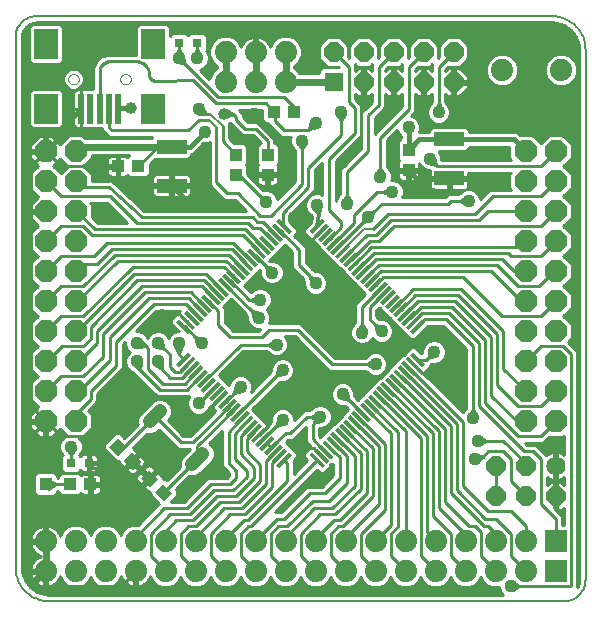
<source format=gtl>
G75*
G70*
%OFA0B0*%
%FSLAX24Y24*%
%IPPOS*%
%LPD*%
%AMOC8*
5,1,8,0,0,1.08239X$1,22.5*
%
%ADD10C,0.0080*%
%ADD11R,0.0591X0.0138*%
%ADD12R,0.0138X0.0591*%
%ADD13C,0.0480*%
%ADD14C,0.0640*%
%ADD15OC8,0.0640*%
%ADD16R,0.0640X0.0640*%
%ADD17R,0.0197X0.0984*%
%ADD18R,0.0787X0.0984*%
%ADD19C,0.0000*%
%ADD20R,0.0433X0.0394*%
%ADD21R,0.0394X0.0433*%
%ADD22R,0.0315X0.0315*%
%ADD23R,0.0984X0.0472*%
%ADD24C,0.0740*%
%ADD25OC8,0.0740*%
%ADD26R,0.0740X0.0740*%
%ADD27C,0.0437*%
%ADD28C,0.0100*%
%ADD29C,0.0240*%
%ADD30C,0.0436*%
%ADD31C,0.0160*%
%ADD32C,0.0397*%
%ADD33C,0.0476*%
%ADD34C,0.0120*%
%ADD35R,0.0436X0.0436*%
D10*
X001652Y000554D02*
X018827Y000554D01*
X018877Y000556D01*
X018928Y000561D01*
X018977Y000570D01*
X019026Y000583D01*
X019074Y000599D01*
X019121Y000618D01*
X019166Y000640D01*
X019209Y000666D01*
X019251Y000695D01*
X019290Y000727D01*
X019327Y000761D01*
X019361Y000798D01*
X019393Y000837D01*
X019422Y000879D01*
X019448Y000922D01*
X019470Y000967D01*
X019489Y001014D01*
X019505Y001062D01*
X019518Y001111D01*
X019527Y001160D01*
X019532Y001211D01*
X019534Y001261D01*
X019534Y018936D01*
X019532Y019001D01*
X019526Y019066D01*
X019517Y019130D01*
X019504Y019194D01*
X019487Y019257D01*
X019467Y019318D01*
X019443Y019379D01*
X019415Y019438D01*
X019384Y019495D01*
X019350Y019550D01*
X019313Y019604D01*
X019272Y019655D01*
X019229Y019703D01*
X019183Y019749D01*
X019135Y019792D01*
X019084Y019833D01*
X019030Y019870D01*
X018975Y019904D01*
X018918Y019935D01*
X018859Y019963D01*
X018798Y019987D01*
X018737Y020007D01*
X018674Y020024D01*
X018610Y020037D01*
X018546Y020046D01*
X018481Y020052D01*
X018416Y020054D01*
X001241Y020054D01*
X001191Y020052D01*
X001140Y020047D01*
X001091Y020038D01*
X001042Y020025D01*
X000994Y020009D01*
X000947Y019990D01*
X000902Y019968D01*
X000859Y019942D01*
X000817Y019913D01*
X000778Y019881D01*
X000741Y019847D01*
X000707Y019810D01*
X000675Y019771D01*
X000646Y019729D01*
X000620Y019686D01*
X000598Y019641D01*
X000579Y019594D01*
X000563Y019546D01*
X000550Y019497D01*
X000541Y019448D01*
X000536Y019397D01*
X000534Y019347D01*
X000534Y001672D01*
X000536Y001607D01*
X000542Y001542D01*
X000551Y001478D01*
X000564Y001414D01*
X000581Y001351D01*
X000601Y001290D01*
X000625Y001229D01*
X000653Y001170D01*
X000684Y001113D01*
X000718Y001058D01*
X000755Y001004D01*
X000796Y000953D01*
X000839Y000905D01*
X000885Y000859D01*
X000933Y000816D01*
X000984Y000775D01*
X001038Y000738D01*
X001093Y000704D01*
X001150Y000673D01*
X001209Y000645D01*
X001270Y000621D01*
X001331Y000601D01*
X001394Y000584D01*
X001458Y000571D01*
X001522Y000562D01*
X001587Y000556D01*
X001652Y000554D01*
X011426Y012217D02*
X012164Y012954D01*
X012434Y012954D01*
X007434Y016399D02*
X007024Y016804D01*
X006979Y016594D02*
X007229Y016344D01*
D11*
G36*
X010848Y013211D02*
X010432Y012795D01*
X010334Y012893D01*
X010750Y013309D01*
X010848Y013211D01*
G37*
G36*
X010987Y013072D02*
X010571Y012656D01*
X010473Y012754D01*
X010889Y013170D01*
X010987Y013072D01*
G37*
G36*
X011126Y012932D02*
X010710Y012516D01*
X010612Y012614D01*
X011028Y013030D01*
X011126Y012932D01*
G37*
G36*
X011266Y012793D02*
X010850Y012377D01*
X010752Y012475D01*
X011168Y012891D01*
X011266Y012793D01*
G37*
G36*
X011405Y012654D02*
X010989Y012238D01*
X010891Y012336D01*
X011307Y012752D01*
X011405Y012654D01*
G37*
G36*
X011544Y012515D02*
X011128Y012099D01*
X011030Y012197D01*
X011446Y012613D01*
X011544Y012515D01*
G37*
G36*
X011683Y012376D02*
X011267Y011960D01*
X011169Y012058D01*
X011585Y012474D01*
X011683Y012376D01*
G37*
G36*
X011822Y012236D02*
X011406Y011820D01*
X011308Y011918D01*
X011724Y012334D01*
X011822Y012236D01*
G37*
G36*
X011961Y012097D02*
X011545Y011681D01*
X011447Y011779D01*
X011863Y012195D01*
X011961Y012097D01*
G37*
G36*
X012101Y011958D02*
X011685Y011542D01*
X011587Y011640D01*
X012003Y012056D01*
X012101Y011958D01*
G37*
G36*
X012240Y011819D02*
X011824Y011403D01*
X011726Y011501D01*
X012142Y011917D01*
X012240Y011819D01*
G37*
G36*
X012379Y011680D02*
X011963Y011264D01*
X011865Y011362D01*
X012281Y011778D01*
X012379Y011680D01*
G37*
G36*
X012518Y011540D02*
X012102Y011124D01*
X012004Y011222D01*
X012420Y011638D01*
X012518Y011540D01*
G37*
G36*
X012657Y011401D02*
X012241Y010985D01*
X012143Y011083D01*
X012559Y011499D01*
X012657Y011401D01*
G37*
G36*
X012797Y011262D02*
X012381Y010846D01*
X012283Y010944D01*
X012699Y011360D01*
X012797Y011262D01*
G37*
G36*
X012936Y011123D02*
X012520Y010707D01*
X012422Y010805D01*
X012838Y011221D01*
X012936Y011123D01*
G37*
G36*
X013075Y010984D02*
X012659Y010568D01*
X012561Y010666D01*
X012977Y011082D01*
X013075Y010984D01*
G37*
G36*
X013214Y010844D02*
X012798Y010428D01*
X012700Y010526D01*
X013116Y010942D01*
X013214Y010844D01*
G37*
G36*
X013353Y010705D02*
X012937Y010289D01*
X012839Y010387D01*
X013255Y010803D01*
X013353Y010705D01*
G37*
G36*
X013493Y010566D02*
X013077Y010150D01*
X012979Y010248D01*
X013395Y010664D01*
X013493Y010566D01*
G37*
G36*
X013632Y010427D02*
X013216Y010011D01*
X013118Y010109D01*
X013534Y010525D01*
X013632Y010427D01*
G37*
G36*
X013771Y010288D02*
X013355Y009872D01*
X013257Y009970D01*
X013673Y010386D01*
X013771Y010288D01*
G37*
G36*
X013910Y010148D02*
X013494Y009732D01*
X013396Y009830D01*
X013812Y010246D01*
X013910Y010148D01*
G37*
G36*
X014049Y010009D02*
X013633Y009593D01*
X013535Y009691D01*
X013951Y010107D01*
X014049Y010009D01*
G37*
G36*
X014189Y009870D02*
X013773Y009454D01*
X013675Y009552D01*
X014091Y009968D01*
X014189Y009870D01*
G37*
G36*
X009734Y005416D02*
X009318Y005000D01*
X009220Y005098D01*
X009636Y005514D01*
X009734Y005416D01*
G37*
G36*
X009595Y005555D02*
X009179Y005139D01*
X009081Y005237D01*
X009497Y005653D01*
X009595Y005555D01*
G37*
G36*
X009456Y005694D02*
X009040Y005278D01*
X008942Y005376D01*
X009358Y005792D01*
X009456Y005694D01*
G37*
G36*
X009317Y005833D02*
X008901Y005417D01*
X008803Y005515D01*
X009219Y005931D01*
X009317Y005833D01*
G37*
G36*
X009178Y005973D02*
X008762Y005557D01*
X008664Y005655D01*
X009080Y006071D01*
X009178Y005973D01*
G37*
G36*
X009038Y006112D02*
X008622Y005696D01*
X008524Y005794D01*
X008940Y006210D01*
X009038Y006112D01*
G37*
G36*
X008899Y006251D02*
X008483Y005835D01*
X008385Y005933D01*
X008801Y006349D01*
X008899Y006251D01*
G37*
G36*
X008760Y006390D02*
X008344Y005974D01*
X008246Y006072D01*
X008662Y006488D01*
X008760Y006390D01*
G37*
G36*
X008621Y006529D02*
X008205Y006113D01*
X008107Y006211D01*
X008523Y006627D01*
X008621Y006529D01*
G37*
G36*
X008482Y006669D02*
X008066Y006253D01*
X007968Y006351D01*
X008384Y006767D01*
X008482Y006669D01*
G37*
G36*
X008342Y006808D02*
X007926Y006392D01*
X007828Y006490D01*
X008244Y006906D01*
X008342Y006808D01*
G37*
G36*
X008203Y006947D02*
X007787Y006531D01*
X007689Y006629D01*
X008105Y007045D01*
X008203Y006947D01*
G37*
G36*
X008064Y007086D02*
X007648Y006670D01*
X007550Y006768D01*
X007966Y007184D01*
X008064Y007086D01*
G37*
G36*
X007925Y007225D02*
X007509Y006809D01*
X007411Y006907D01*
X007827Y007323D01*
X007925Y007225D01*
G37*
G36*
X007786Y007365D02*
X007370Y006949D01*
X007272Y007047D01*
X007688Y007463D01*
X007786Y007365D01*
G37*
G36*
X007646Y007504D02*
X007230Y007088D01*
X007132Y007186D01*
X007548Y007602D01*
X007646Y007504D01*
G37*
G36*
X007507Y007643D02*
X007091Y007227D01*
X006993Y007325D01*
X007409Y007741D01*
X007507Y007643D01*
G37*
G36*
X007368Y007782D02*
X006952Y007366D01*
X006854Y007464D01*
X007270Y007880D01*
X007368Y007782D01*
G37*
G36*
X007229Y007921D02*
X006813Y007505D01*
X006715Y007603D01*
X007131Y008019D01*
X007229Y007921D01*
G37*
G36*
X007090Y008061D02*
X006674Y007645D01*
X006576Y007743D01*
X006992Y008159D01*
X007090Y008061D01*
G37*
G36*
X006951Y008200D02*
X006535Y007784D01*
X006437Y007882D01*
X006853Y008298D01*
X006951Y008200D01*
G37*
G36*
X006811Y008339D02*
X006395Y007923D01*
X006297Y008021D01*
X006713Y008437D01*
X006811Y008339D01*
G37*
G36*
X006672Y008478D02*
X006256Y008062D01*
X006158Y008160D01*
X006574Y008576D01*
X006672Y008478D01*
G37*
G36*
X006533Y008617D02*
X006117Y008201D01*
X006019Y008299D01*
X006435Y008715D01*
X006533Y008617D01*
G37*
G36*
X006394Y008757D02*
X005978Y008341D01*
X005880Y008439D01*
X006296Y008855D01*
X006394Y008757D01*
G37*
D12*
G36*
X006394Y009552D02*
X006296Y009454D01*
X005880Y009870D01*
X005978Y009968D01*
X006394Y009552D01*
G37*
G36*
X006533Y009691D02*
X006435Y009593D01*
X006019Y010009D01*
X006117Y010107D01*
X006533Y009691D01*
G37*
G36*
X006672Y009830D02*
X006574Y009732D01*
X006158Y010148D01*
X006256Y010246D01*
X006672Y009830D01*
G37*
G36*
X006811Y009970D02*
X006713Y009872D01*
X006297Y010288D01*
X006395Y010386D01*
X006811Y009970D01*
G37*
G36*
X006951Y010109D02*
X006853Y010011D01*
X006437Y010427D01*
X006535Y010525D01*
X006951Y010109D01*
G37*
G36*
X007090Y010248D02*
X006992Y010150D01*
X006576Y010566D01*
X006674Y010664D01*
X007090Y010248D01*
G37*
G36*
X007229Y010387D02*
X007131Y010289D01*
X006715Y010705D01*
X006813Y010803D01*
X007229Y010387D01*
G37*
G36*
X007368Y010526D02*
X007270Y010428D01*
X006854Y010844D01*
X006952Y010942D01*
X007368Y010526D01*
G37*
G36*
X007507Y010666D02*
X007409Y010568D01*
X006993Y010984D01*
X007091Y011082D01*
X007507Y010666D01*
G37*
G36*
X007646Y010805D02*
X007548Y010707D01*
X007132Y011123D01*
X007230Y011221D01*
X007646Y010805D01*
G37*
G36*
X007786Y010944D02*
X007688Y010846D01*
X007272Y011262D01*
X007370Y011360D01*
X007786Y010944D01*
G37*
G36*
X007925Y011083D02*
X007827Y010985D01*
X007411Y011401D01*
X007509Y011499D01*
X007925Y011083D01*
G37*
G36*
X008064Y011222D02*
X007966Y011124D01*
X007550Y011540D01*
X007648Y011638D01*
X008064Y011222D01*
G37*
G36*
X008203Y011362D02*
X008105Y011264D01*
X007689Y011680D01*
X007787Y011778D01*
X008203Y011362D01*
G37*
G36*
X008342Y011501D02*
X008244Y011403D01*
X007828Y011819D01*
X007926Y011917D01*
X008342Y011501D01*
G37*
G36*
X008482Y011640D02*
X008384Y011542D01*
X007968Y011958D01*
X008066Y012056D01*
X008482Y011640D01*
G37*
G36*
X008621Y011779D02*
X008523Y011681D01*
X008107Y012097D01*
X008205Y012195D01*
X008621Y011779D01*
G37*
G36*
X008760Y011918D02*
X008662Y011820D01*
X008246Y012236D01*
X008344Y012334D01*
X008760Y011918D01*
G37*
G36*
X008899Y012058D02*
X008801Y011960D01*
X008385Y012376D01*
X008483Y012474D01*
X008899Y012058D01*
G37*
G36*
X009038Y012197D02*
X008940Y012099D01*
X008524Y012515D01*
X008622Y012613D01*
X009038Y012197D01*
G37*
G36*
X009178Y012336D02*
X009080Y012238D01*
X008664Y012654D01*
X008762Y012752D01*
X009178Y012336D01*
G37*
G36*
X009317Y012475D02*
X009219Y012377D01*
X008803Y012793D01*
X008901Y012891D01*
X009317Y012475D01*
G37*
G36*
X009456Y012614D02*
X009358Y012516D01*
X008942Y012932D01*
X009040Y013030D01*
X009456Y012614D01*
G37*
G36*
X009595Y012754D02*
X009497Y012656D01*
X009081Y013072D01*
X009179Y013170D01*
X009595Y012754D01*
G37*
G36*
X009734Y012893D02*
X009636Y012795D01*
X009220Y013211D01*
X009318Y013309D01*
X009734Y012893D01*
G37*
G36*
X014189Y008439D02*
X014091Y008341D01*
X013675Y008757D01*
X013773Y008855D01*
X014189Y008439D01*
G37*
G36*
X014049Y008299D02*
X013951Y008201D01*
X013535Y008617D01*
X013633Y008715D01*
X014049Y008299D01*
G37*
G36*
X013910Y008160D02*
X013812Y008062D01*
X013396Y008478D01*
X013494Y008576D01*
X013910Y008160D01*
G37*
G36*
X013771Y008021D02*
X013673Y007923D01*
X013257Y008339D01*
X013355Y008437D01*
X013771Y008021D01*
G37*
G36*
X013632Y007882D02*
X013534Y007784D01*
X013118Y008200D01*
X013216Y008298D01*
X013632Y007882D01*
G37*
G36*
X013493Y007743D02*
X013395Y007645D01*
X012979Y008061D01*
X013077Y008159D01*
X013493Y007743D01*
G37*
G36*
X013353Y007603D02*
X013255Y007505D01*
X012839Y007921D01*
X012937Y008019D01*
X013353Y007603D01*
G37*
G36*
X013214Y007464D02*
X013116Y007366D01*
X012700Y007782D01*
X012798Y007880D01*
X013214Y007464D01*
G37*
G36*
X013075Y007325D02*
X012977Y007227D01*
X012561Y007643D01*
X012659Y007741D01*
X013075Y007325D01*
G37*
G36*
X012936Y007186D02*
X012838Y007088D01*
X012422Y007504D01*
X012520Y007602D01*
X012936Y007186D01*
G37*
G36*
X012797Y007047D02*
X012699Y006949D01*
X012283Y007365D01*
X012381Y007463D01*
X012797Y007047D01*
G37*
G36*
X012657Y006907D02*
X012559Y006809D01*
X012143Y007225D01*
X012241Y007323D01*
X012657Y006907D01*
G37*
G36*
X012518Y006768D02*
X012420Y006670D01*
X012004Y007086D01*
X012102Y007184D01*
X012518Y006768D01*
G37*
G36*
X012379Y006629D02*
X012281Y006531D01*
X011865Y006947D01*
X011963Y007045D01*
X012379Y006629D01*
G37*
G36*
X012240Y006490D02*
X012142Y006392D01*
X011726Y006808D01*
X011824Y006906D01*
X012240Y006490D01*
G37*
G36*
X012101Y006351D02*
X012003Y006253D01*
X011587Y006669D01*
X011685Y006767D01*
X012101Y006351D01*
G37*
G36*
X011961Y006211D02*
X011863Y006113D01*
X011447Y006529D01*
X011545Y006627D01*
X011961Y006211D01*
G37*
G36*
X011822Y006072D02*
X011724Y005974D01*
X011308Y006390D01*
X011406Y006488D01*
X011822Y006072D01*
G37*
G36*
X011683Y005933D02*
X011585Y005835D01*
X011169Y006251D01*
X011267Y006349D01*
X011683Y005933D01*
G37*
G36*
X011544Y005794D02*
X011446Y005696D01*
X011030Y006112D01*
X011128Y006210D01*
X011544Y005794D01*
G37*
G36*
X011405Y005655D02*
X011307Y005557D01*
X010891Y005973D01*
X010989Y006071D01*
X011405Y005655D01*
G37*
G36*
X011266Y005515D02*
X011168Y005417D01*
X010752Y005833D01*
X010850Y005931D01*
X011266Y005515D01*
G37*
G36*
X011126Y005376D02*
X011028Y005278D01*
X010612Y005694D01*
X010710Y005792D01*
X011126Y005376D01*
G37*
G36*
X010987Y005237D02*
X010889Y005139D01*
X010473Y005555D01*
X010571Y005653D01*
X010987Y005237D01*
G37*
G36*
X010848Y005098D02*
X010750Y005000D01*
X010334Y005416D01*
X010432Y005514D01*
X010848Y005098D01*
G37*
D13*
X006761Y005467D02*
X006422Y005128D01*
X005007Y006542D02*
X005347Y006881D01*
D14*
X018534Y005054D03*
D15*
X018534Y004054D03*
X017534Y004054D03*
X016534Y004054D03*
X016534Y005054D03*
X017534Y005054D03*
X015134Y017854D03*
X014134Y017854D03*
X013134Y017854D03*
X012134Y017854D03*
X012134Y018854D03*
X011134Y018854D03*
X013134Y018854D03*
X014134Y018854D03*
X015134Y018854D03*
D16*
X011134Y017854D03*
D17*
X003964Y016970D03*
X003649Y016970D03*
X003334Y016970D03*
X003019Y016970D03*
X002704Y016970D03*
D18*
X001563Y016970D03*
X001563Y019135D03*
X005106Y019135D03*
X005106Y016970D03*
D19*
X004023Y017954D02*
X004025Y017980D01*
X004031Y018006D01*
X004041Y018031D01*
X004054Y018054D01*
X004070Y018074D01*
X004090Y018092D01*
X004112Y018107D01*
X004135Y018119D01*
X004161Y018127D01*
X004187Y018131D01*
X004213Y018131D01*
X004239Y018127D01*
X004265Y018119D01*
X004289Y018107D01*
X004310Y018092D01*
X004330Y018074D01*
X004346Y018054D01*
X004359Y018031D01*
X004369Y018006D01*
X004375Y017980D01*
X004377Y017954D01*
X004375Y017928D01*
X004369Y017902D01*
X004359Y017877D01*
X004346Y017854D01*
X004330Y017834D01*
X004310Y017816D01*
X004288Y017801D01*
X004265Y017789D01*
X004239Y017781D01*
X004213Y017777D01*
X004187Y017777D01*
X004161Y017781D01*
X004135Y017789D01*
X004111Y017801D01*
X004090Y017816D01*
X004070Y017834D01*
X004054Y017854D01*
X004041Y017877D01*
X004031Y017902D01*
X004025Y017928D01*
X004023Y017954D01*
X002291Y017954D02*
X002293Y017980D01*
X002299Y018006D01*
X002309Y018031D01*
X002322Y018054D01*
X002338Y018074D01*
X002358Y018092D01*
X002380Y018107D01*
X002403Y018119D01*
X002429Y018127D01*
X002455Y018131D01*
X002481Y018131D01*
X002507Y018127D01*
X002533Y018119D01*
X002557Y018107D01*
X002578Y018092D01*
X002598Y018074D01*
X002614Y018054D01*
X002627Y018031D01*
X002637Y018006D01*
X002643Y017980D01*
X002645Y017954D01*
X002643Y017928D01*
X002637Y017902D01*
X002627Y017877D01*
X002614Y017854D01*
X002598Y017834D01*
X002578Y017816D01*
X002556Y017801D01*
X002533Y017789D01*
X002507Y017781D01*
X002481Y017777D01*
X002455Y017777D01*
X002429Y017781D01*
X002403Y017789D01*
X002379Y017801D01*
X002358Y017816D01*
X002338Y017834D01*
X002322Y017854D01*
X002309Y017877D01*
X002299Y017902D01*
X002293Y017928D01*
X002291Y017954D01*
D20*
X003950Y015054D03*
X004619Y015054D03*
X009150Y016854D03*
X009819Y016854D03*
G36*
X003961Y005399D02*
X003656Y005704D01*
X003935Y005983D01*
X004240Y005678D01*
X003961Y005399D01*
G37*
G36*
X004434Y004926D02*
X004129Y005231D01*
X004408Y005510D01*
X004713Y005205D01*
X004434Y004926D01*
G37*
G36*
X004985Y004933D02*
X005290Y004628D01*
X005011Y004349D01*
X004706Y004654D01*
X004985Y004933D01*
G37*
G36*
X005458Y004460D02*
X005763Y004155D01*
X005484Y003876D01*
X005179Y004181D01*
X005458Y004460D01*
G37*
X003019Y004454D03*
X002350Y004454D03*
D21*
X007884Y014770D03*
X007884Y015439D03*
X008934Y015439D03*
X008934Y014770D03*
X013634Y014920D03*
X013634Y015589D03*
D22*
X006579Y019154D03*
X005989Y019154D03*
X002979Y005154D03*
X002389Y005154D03*
D23*
X005734Y014405D03*
X005734Y015704D03*
X014984Y015954D03*
X014984Y014655D03*
D24*
X016754Y018254D03*
X018714Y018254D03*
X009534Y017854D03*
X008534Y017854D03*
X007534Y017854D03*
X007534Y018854D03*
X008534Y018854D03*
X009534Y018854D03*
X009534Y002554D03*
X009534Y001554D03*
X008534Y001554D03*
X007534Y001554D03*
X006534Y001554D03*
X005534Y001554D03*
X004534Y001554D03*
X003534Y001554D03*
X002534Y001554D03*
X001534Y001554D03*
X001534Y002554D03*
X002534Y002554D03*
X003534Y002554D03*
X004534Y002554D03*
X005534Y002554D03*
X006534Y002554D03*
X007534Y002554D03*
X008534Y002554D03*
X010534Y002554D03*
X010534Y001554D03*
X011534Y001554D03*
X012534Y001554D03*
X013534Y001554D03*
X014534Y001554D03*
X015534Y001554D03*
X016534Y001554D03*
X017534Y001554D03*
X017534Y002554D03*
X016534Y002554D03*
X015534Y002554D03*
X014534Y002554D03*
X013534Y002554D03*
X012534Y002554D03*
X011534Y002554D03*
D25*
X017534Y006554D03*
X017534Y007554D03*
X018534Y007554D03*
X018534Y006554D03*
X018534Y008554D03*
X017534Y008554D03*
X017534Y009554D03*
X018534Y009554D03*
X018534Y010554D03*
X017534Y010554D03*
X017534Y011554D03*
X018534Y011554D03*
X018534Y012554D03*
X017534Y012554D03*
X017534Y013554D03*
X018534Y013554D03*
X018534Y014554D03*
X017534Y014554D03*
X017534Y015554D03*
X018534Y015554D03*
X002534Y015554D03*
X002534Y014554D03*
X002534Y013554D03*
X002534Y012554D03*
X002534Y011554D03*
X002534Y010554D03*
X002534Y009554D03*
X002534Y008554D03*
X002534Y007554D03*
X002534Y006554D03*
X001534Y006554D03*
X001534Y007554D03*
X001534Y008554D03*
X001534Y009554D03*
X001534Y010554D03*
X001534Y011554D03*
X001534Y012554D03*
X001534Y013554D03*
X001534Y014554D03*
X001534Y015554D03*
D26*
X018534Y002554D03*
X018534Y001554D03*
D27*
X005984Y009154D03*
X005284Y009154D03*
X005284Y008554D03*
X004584Y008554D03*
X004584Y009154D03*
D28*
X000843Y001260D02*
X001010Y001030D01*
X001240Y000863D01*
X001510Y000775D01*
X001652Y000764D01*
X016775Y000764D01*
X016705Y000834D01*
X016646Y000977D01*
X016646Y001016D01*
X016642Y001014D01*
X016427Y001014D01*
X016228Y001097D01*
X016076Y001248D01*
X016034Y001350D01*
X015992Y001248D01*
X015840Y001097D01*
X015642Y001014D01*
X015427Y001014D01*
X015228Y001097D01*
X015076Y001248D01*
X015034Y001350D01*
X014992Y001248D01*
X014840Y001097D01*
X014642Y001014D01*
X014427Y001014D01*
X014228Y001097D01*
X014076Y001248D01*
X014034Y001350D01*
X013992Y001248D01*
X013840Y001097D01*
X013642Y001014D01*
X013427Y001014D01*
X013228Y001097D01*
X013076Y001248D01*
X013034Y001350D01*
X012992Y001248D01*
X012840Y001097D01*
X012642Y001014D01*
X012427Y001014D01*
X012228Y001097D01*
X012076Y001248D01*
X012034Y001350D01*
X011992Y001248D01*
X011840Y001097D01*
X011642Y001014D01*
X011427Y001014D01*
X011228Y001097D01*
X011076Y001248D01*
X011034Y001350D01*
X010992Y001248D01*
X010840Y001097D01*
X010642Y001014D01*
X010427Y001014D01*
X010228Y001097D01*
X010076Y001248D01*
X010034Y001350D01*
X009992Y001248D01*
X009840Y001097D01*
X009642Y001014D01*
X009427Y001014D01*
X009228Y001097D01*
X009076Y001248D01*
X009034Y001350D01*
X008992Y001248D01*
X008840Y001097D01*
X008642Y001014D01*
X008427Y001014D01*
X008228Y001097D01*
X008076Y001248D01*
X008034Y001350D01*
X007992Y001248D01*
X007840Y001097D01*
X007642Y001014D01*
X007427Y001014D01*
X007228Y001097D01*
X007076Y001248D01*
X007034Y001350D01*
X006992Y001248D01*
X006840Y001097D01*
X006642Y001014D01*
X006427Y001014D01*
X006228Y001097D01*
X006076Y001248D01*
X006034Y001350D01*
X005992Y001248D01*
X005840Y001097D01*
X005642Y001014D01*
X005427Y001014D01*
X005228Y001097D01*
X005076Y001248D01*
X005023Y001377D01*
X005016Y001355D01*
X004979Y001282D01*
X004931Y001216D01*
X004873Y001158D01*
X004807Y001110D01*
X004734Y001072D01*
X004656Y001047D01*
X004584Y001036D01*
X004584Y001504D01*
X004484Y001504D01*
X004484Y001036D01*
X004412Y001047D01*
X004335Y001072D01*
X004262Y001110D01*
X004195Y001158D01*
X004138Y001216D01*
X004089Y001282D01*
X004052Y001355D01*
X004045Y001377D01*
X003992Y001248D01*
X003840Y001097D01*
X003642Y001014D01*
X003427Y001014D01*
X003228Y001097D01*
X003076Y001248D01*
X003034Y001350D01*
X002992Y001248D01*
X002840Y001097D01*
X002642Y001014D01*
X002427Y001014D01*
X002228Y001097D01*
X002076Y001248D01*
X002023Y001377D01*
X002016Y001355D01*
X001979Y001282D01*
X001931Y001216D01*
X001873Y001158D01*
X001807Y001110D01*
X001734Y001072D01*
X001656Y001047D01*
X001584Y001036D01*
X001584Y001504D01*
X001484Y001504D01*
X001484Y001036D01*
X001412Y001047D01*
X001335Y001072D01*
X001262Y001110D01*
X001195Y001158D01*
X001138Y001216D01*
X001089Y001282D01*
X001052Y001355D01*
X001027Y001433D01*
X001016Y001504D01*
X001484Y001504D01*
X001484Y001604D01*
X001016Y001604D01*
X001027Y001676D01*
X001052Y001754D01*
X001089Y001827D01*
X001138Y001893D01*
X001195Y001951D01*
X001262Y001999D01*
X001335Y002036D01*
X001390Y002054D01*
X001335Y002072D01*
X001262Y002110D01*
X001195Y002158D01*
X001138Y002216D01*
X001089Y002282D01*
X001052Y002355D01*
X001027Y002433D01*
X001016Y002504D01*
X001484Y002504D01*
X001584Y002504D01*
X001584Y002073D01*
X001584Y001604D01*
X001484Y001604D01*
X001484Y002073D01*
X001484Y002504D01*
X001484Y002604D01*
X001016Y002604D01*
X001027Y002676D01*
X001052Y002754D01*
X001089Y002827D01*
X001138Y002893D01*
X001195Y002951D01*
X001262Y002999D01*
X001335Y003036D01*
X001412Y003061D01*
X001484Y003073D01*
X001484Y002604D01*
X001584Y002604D01*
X001584Y003073D01*
X001656Y003061D01*
X001734Y003036D01*
X001807Y002999D01*
X001873Y002951D01*
X001931Y002893D01*
X001979Y002827D01*
X002016Y002754D01*
X002023Y002732D01*
X002076Y002860D01*
X002228Y003012D01*
X002427Y003094D01*
X002642Y003094D01*
X002840Y003012D01*
X002992Y002860D01*
X003034Y002758D01*
X003076Y002860D01*
X003228Y003012D01*
X003427Y003094D01*
X003642Y003094D01*
X003840Y003012D01*
X003992Y002860D01*
X004034Y002758D01*
X004076Y002860D01*
X004228Y003012D01*
X004427Y003094D01*
X004613Y003094D01*
X005264Y003745D01*
X005319Y003800D01*
X005009Y004111D01*
X005009Y004199D01*
X004992Y004199D01*
X004954Y004209D01*
X004919Y004229D01*
X004786Y004361D01*
X004997Y004572D01*
X004929Y004641D01*
X004704Y004866D01*
X004585Y004747D01*
X004565Y004713D01*
X004555Y004675D01*
X004555Y004635D01*
X004565Y004597D01*
X004585Y004563D01*
X004718Y004430D01*
X004929Y004641D01*
X004997Y004710D01*
X004773Y004934D01*
X004891Y005053D01*
X004926Y005073D01*
X004964Y005083D01*
X005003Y005083D01*
X005041Y005073D01*
X005076Y005053D01*
X005208Y004920D01*
X004998Y004710D01*
X005066Y004641D01*
X005277Y004852D01*
X005410Y004719D01*
X005430Y004685D01*
X005440Y004647D01*
X005440Y004630D01*
X005527Y004630D01*
X005570Y004587D01*
X006017Y005034D01*
X006012Y005046D01*
X006012Y005209D01*
X006074Y005360D01*
X006349Y005634D01*
X006125Y005634D01*
X005943Y005634D01*
X005311Y006266D01*
X005240Y006194D01*
X005089Y006132D01*
X004926Y006132D01*
X004914Y006137D01*
X004434Y005658D01*
X004465Y005650D01*
X004499Y005630D01*
X004632Y005497D01*
X004421Y005286D01*
X004489Y005218D01*
X004700Y005429D01*
X004833Y005296D01*
X004853Y005262D01*
X004863Y005224D01*
X004863Y005184D01*
X004853Y005146D01*
X004833Y005112D01*
X004714Y004993D01*
X004489Y005218D01*
X004421Y005149D01*
X004646Y004924D01*
X004527Y004805D01*
X004493Y004786D01*
X004454Y004775D01*
X004415Y004775D01*
X004377Y004786D01*
X004343Y004805D01*
X004210Y004938D01*
X004421Y005149D01*
X004352Y005218D01*
X004141Y005007D01*
X004008Y005139D01*
X003989Y005174D01*
X003979Y005212D01*
X003979Y005229D01*
X003891Y005229D01*
X003485Y005634D01*
X003485Y005775D01*
X003863Y006153D01*
X004004Y006153D01*
X004156Y006001D01*
X004602Y006448D01*
X004597Y006460D01*
X004597Y006623D01*
X004660Y006774D01*
X005114Y007229D01*
X005265Y007291D01*
X005428Y007291D01*
X005579Y007229D01*
X005694Y007113D01*
X005757Y006963D01*
X005757Y006800D01*
X005694Y006649D01*
X005622Y006577D01*
X006125Y006074D01*
X006365Y006074D01*
X007183Y006893D01*
X007101Y006975D01*
X007101Y007003D01*
X007075Y007030D01*
X007101Y007056D01*
X007101Y007056D01*
X007101Y007056D01*
X007074Y007030D01*
X007048Y007056D01*
X007020Y007056D01*
X007016Y007061D01*
X006963Y006934D01*
X006854Y006825D01*
X006711Y006766D01*
X006557Y006766D01*
X006414Y006825D01*
X006305Y006934D01*
X006246Y007077D01*
X006246Y007232D01*
X006305Y007374D01*
X006315Y007384D01*
X005425Y007384D01*
X005243Y007384D01*
X004555Y008072D01*
X004527Y008079D01*
X004495Y008132D01*
X004421Y008202D01*
X004364Y008225D01*
X004255Y008334D01*
X004196Y008477D01*
X004196Y008632D01*
X004255Y008774D01*
X004335Y008854D01*
X004255Y008934D01*
X004196Y009077D01*
X004196Y009205D01*
X004104Y009113D01*
X004104Y008495D01*
X004104Y008313D01*
X003254Y007463D01*
X003254Y007395D01*
X003254Y007213D01*
X002946Y006906D01*
X003074Y006778D01*
X003074Y006331D01*
X002758Y006014D01*
X002623Y006014D01*
X002713Y005924D01*
X002772Y005782D01*
X002772Y005627D01*
X002713Y005484D01*
X002664Y005435D01*
X002699Y005399D01*
X002702Y005404D01*
X002730Y005432D01*
X002764Y005452D01*
X002802Y005462D01*
X002951Y005462D01*
X002951Y005183D01*
X003008Y005183D01*
X003008Y005462D01*
X003157Y005462D01*
X003195Y005452D01*
X003229Y005432D01*
X003257Y005404D01*
X003277Y005370D01*
X003287Y005332D01*
X003287Y005183D01*
X003008Y005183D01*
X003008Y005126D01*
X003287Y005126D01*
X003287Y004977D01*
X003277Y004939D01*
X003257Y004905D01*
X003229Y004877D01*
X003195Y004857D01*
X003157Y004847D01*
X003008Y004847D01*
X003008Y005125D01*
X002951Y005125D01*
X002951Y004847D01*
X002802Y004847D01*
X002764Y004857D01*
X002730Y004877D01*
X002702Y004905D01*
X002699Y004909D01*
X002617Y004827D01*
X002161Y004827D01*
X002061Y004926D01*
X002061Y005382D01*
X002109Y005430D01*
X002055Y005484D01*
X001996Y005627D01*
X001996Y005782D01*
X002055Y005924D01*
X002164Y006033D01*
X002254Y006071D01*
X002020Y006305D01*
X001750Y006034D01*
X001584Y006034D01*
X001584Y006504D01*
X001484Y006504D01*
X001484Y006034D01*
X001319Y006034D01*
X001014Y006339D01*
X001014Y006504D01*
X001484Y006504D01*
X001484Y006604D01*
X001014Y006604D01*
X001014Y006770D01*
X001285Y007040D01*
X000994Y007331D01*
X000994Y007778D01*
X001271Y008054D01*
X000994Y008331D01*
X000994Y008778D01*
X001271Y009054D01*
X000994Y009331D01*
X000994Y009778D01*
X001271Y010054D01*
X000994Y010331D01*
X000994Y010778D01*
X001271Y011054D01*
X000994Y011331D01*
X000994Y011778D01*
X001271Y012054D01*
X000994Y012331D01*
X000994Y012778D01*
X001285Y013068D01*
X001014Y013339D01*
X001014Y013504D01*
X001484Y013504D01*
X001484Y013604D01*
X001014Y013604D01*
X001014Y013770D01*
X001285Y014040D01*
X000994Y014331D01*
X000994Y014778D01*
X001285Y015068D01*
X001014Y015339D01*
X001014Y015504D01*
X001484Y015504D01*
X001484Y015604D01*
X001014Y015604D01*
X001014Y015770D01*
X001319Y016074D01*
X001484Y016074D01*
X001484Y015604D01*
X001584Y015604D01*
X001584Y016074D01*
X001750Y016074D01*
X002020Y015804D01*
X002311Y016094D01*
X002758Y016094D01*
X002858Y015994D01*
X005072Y015994D01*
X005072Y016011D01*
X005096Y016034D01*
X003643Y016034D01*
X003514Y016163D01*
X003514Y016163D01*
X003429Y016248D01*
X003429Y016308D01*
X003188Y016308D01*
X002850Y016308D01*
X002829Y016330D01*
X002822Y016328D01*
X002704Y016328D01*
X002704Y016970D01*
X002456Y016970D01*
X002456Y016458D01*
X002466Y016420D01*
X002486Y016386D01*
X002514Y016358D01*
X002548Y016338D01*
X002586Y016328D01*
X002704Y016328D01*
X002704Y016970D01*
X002704Y016970D01*
X002456Y016970D01*
X002456Y017482D01*
X002466Y017520D01*
X002486Y017554D01*
X002514Y017582D01*
X002548Y017602D01*
X002586Y017612D01*
X002704Y017612D01*
X002704Y016970D01*
X002704Y016970D01*
X002704Y016970D01*
X002704Y017612D01*
X002822Y017612D01*
X002829Y017610D01*
X002850Y017632D01*
X003114Y017632D01*
X003114Y018295D01*
X003114Y018295D01*
X003114Y018318D01*
X003114Y018318D01*
X003201Y018527D01*
X003201Y018527D01*
X003201Y018527D01*
X003361Y018687D01*
X003571Y018774D01*
X003593Y018774D01*
X003593Y018774D01*
X003684Y018774D01*
X003775Y018774D01*
X004443Y018774D01*
X004534Y018774D01*
X004542Y018774D01*
X004542Y019698D01*
X004642Y019798D01*
X005570Y019798D01*
X005669Y019698D01*
X005669Y019390D01*
X005761Y019482D01*
X006217Y019482D01*
X006284Y019414D01*
X006352Y019482D01*
X006807Y019482D01*
X006907Y019382D01*
X006907Y018926D01*
X006884Y018903D01*
X006913Y018874D01*
X006972Y018732D01*
X006972Y018577D01*
X006913Y018434D01*
X006804Y018325D01*
X006677Y018273D01*
X006994Y017955D01*
X006994Y017962D01*
X007076Y018160D01*
X007228Y018312D01*
X007244Y018319D01*
X007244Y018390D01*
X007228Y018397D01*
X007076Y018548D01*
X006994Y018747D01*
X006994Y018962D01*
X007076Y019160D01*
X007228Y019312D01*
X007427Y019394D01*
X007642Y019394D01*
X007840Y019312D01*
X007992Y019160D01*
X008045Y019032D01*
X008052Y019054D01*
X008089Y019127D01*
X008138Y019193D01*
X008195Y019251D01*
X008262Y019299D01*
X008335Y019336D01*
X008412Y019361D01*
X008484Y019373D01*
X008484Y018904D01*
X008584Y018904D01*
X008584Y019373D01*
X008656Y019361D01*
X008734Y019336D01*
X008807Y019299D01*
X008873Y019251D01*
X008931Y019193D01*
X008979Y019127D01*
X009016Y019054D01*
X009023Y019032D01*
X009076Y019160D01*
X009228Y019312D01*
X009427Y019394D01*
X009642Y019394D01*
X009840Y019312D01*
X009992Y019160D01*
X010074Y018962D01*
X010074Y018747D01*
X009992Y018548D01*
X009840Y018397D01*
X009824Y018390D01*
X009824Y018319D01*
X009840Y018312D01*
X009992Y018160D01*
X009999Y018144D01*
X010644Y018144D01*
X010644Y018245D01*
X010744Y018344D01*
X011333Y018344D01*
X011313Y018364D01*
X010931Y018364D01*
X010644Y018651D01*
X010644Y019057D01*
X010931Y019344D01*
X011337Y019344D01*
X011624Y019057D01*
X011624Y018675D01*
X011644Y018655D01*
X011644Y019057D01*
X011931Y019344D01*
X012337Y019344D01*
X012624Y019057D01*
X012624Y018655D01*
X012644Y018675D01*
X012644Y019057D01*
X012931Y019344D01*
X013337Y019344D01*
X013624Y019057D01*
X013624Y018655D01*
X013644Y018675D01*
X013644Y019057D01*
X013931Y019344D01*
X014337Y019344D01*
X014624Y019057D01*
X014624Y018655D01*
X014644Y018675D01*
X014644Y019057D01*
X014931Y019344D01*
X015337Y019344D01*
X015624Y019057D01*
X015624Y018651D01*
X015337Y018364D01*
X014955Y018364D01*
X014854Y018263D01*
X014854Y018239D01*
X014939Y018324D01*
X015084Y018324D01*
X015084Y017904D01*
X015184Y017904D01*
X015604Y017904D01*
X015604Y018049D01*
X015329Y018324D01*
X015184Y018324D01*
X015184Y017904D01*
X015184Y017804D01*
X015184Y017384D01*
X015329Y017384D01*
X015604Y017660D01*
X015604Y017804D01*
X015184Y017804D01*
X015084Y017804D01*
X015084Y017384D01*
X014939Y017384D01*
X014854Y017470D01*
X014854Y017209D01*
X014890Y017147D01*
X014963Y017074D01*
X015022Y016932D01*
X015022Y016777D01*
X014963Y016634D01*
X014854Y016525D01*
X014711Y016466D01*
X014557Y016466D01*
X014414Y016525D01*
X014305Y016634D01*
X014246Y016777D01*
X014246Y016932D01*
X014305Y017074D01*
X014378Y017147D01*
X014414Y017209D01*
X014414Y017470D01*
X014329Y017384D01*
X014184Y017384D01*
X014184Y017804D01*
X014084Y017804D01*
X014084Y017384D01*
X013939Y017384D01*
X013854Y017470D01*
X013854Y017045D01*
X013854Y016863D01*
X013727Y016736D01*
X013854Y016683D01*
X013963Y016574D01*
X014022Y016432D01*
X014022Y016277D01*
X013992Y016204D01*
X014322Y016204D01*
X014322Y016261D01*
X014422Y016360D01*
X015547Y016360D01*
X015646Y016261D01*
X015646Y016204D01*
X017085Y016204D01*
X017184Y016204D01*
X017276Y016166D01*
X017348Y016094D01*
X017758Y016094D01*
X018034Y015818D01*
X018311Y016094D01*
X018758Y016094D01*
X019074Y015778D01*
X019074Y015331D01*
X018798Y015054D01*
X019074Y014778D01*
X019074Y014331D01*
X018798Y014054D01*
X019074Y013778D01*
X019074Y013331D01*
X018798Y013054D01*
X019074Y012778D01*
X019074Y012331D01*
X018798Y012054D01*
X019074Y011778D01*
X019074Y011331D01*
X018798Y011054D01*
X019074Y010778D01*
X019074Y010331D01*
X018798Y010054D01*
X019074Y009778D01*
X019074Y009331D01*
X018946Y009203D01*
X019125Y009024D01*
X019125Y009024D01*
X019254Y008895D01*
X019254Y001014D01*
X019270Y001036D01*
X019318Y001184D01*
X019324Y001261D01*
X019324Y018849D01*
X019324Y018875D01*
X019324Y018936D01*
X019313Y019078D01*
X019225Y019349D01*
X019058Y019578D01*
X018828Y019745D01*
X018558Y019833D01*
X018416Y019844D01*
X001328Y019844D01*
X001311Y019844D01*
X001241Y019844D01*
X001164Y019838D01*
X001016Y019790D01*
X000890Y019699D01*
X000798Y019573D01*
X000750Y019425D01*
X000744Y019347D01*
X000744Y001672D01*
X000755Y001530D01*
X000843Y001260D01*
X000855Y001244D02*
X001117Y001244D01*
X001134Y001204D02*
X001034Y001304D01*
X001034Y006054D01*
X001534Y006554D01*
X001034Y007054D01*
X001034Y013554D01*
X001534Y013554D01*
X001484Y013562D02*
X000744Y013562D01*
X000744Y013464D02*
X001014Y013464D01*
X001034Y013554D02*
X001034Y015054D01*
X001534Y015554D01*
X002034Y015054D01*
X003950Y015054D01*
X003984Y015020D01*
X003984Y014704D01*
X004284Y014405D01*
X005734Y014405D01*
X005684Y014449D02*
X003857Y014449D01*
X003786Y014514D02*
X003725Y014574D01*
X003719Y014574D01*
X003715Y014578D01*
X003629Y014574D01*
X003074Y014574D01*
X003074Y014778D01*
X002798Y015054D01*
X003074Y015331D01*
X003074Y015414D01*
X004325Y015414D01*
X004270Y015359D01*
X004258Y015371D01*
X004224Y015391D01*
X004186Y015401D01*
X003998Y015401D01*
X003998Y015103D01*
X003901Y015103D01*
X003901Y015401D01*
X003713Y015401D01*
X003675Y015391D01*
X003641Y015371D01*
X003613Y015343D01*
X003593Y015309D01*
X003583Y015271D01*
X003583Y015103D01*
X003901Y015103D01*
X003901Y015006D01*
X003583Y015006D01*
X003583Y014838D01*
X003593Y014800D01*
X003613Y014765D01*
X003641Y014737D01*
X003675Y014718D01*
X003713Y014707D01*
X003901Y014707D01*
X003901Y015006D01*
X003998Y015006D01*
X003998Y014707D01*
X004186Y014707D01*
X004224Y014718D01*
X004258Y014737D01*
X004270Y014749D01*
X004332Y014687D01*
X004906Y014687D01*
X005005Y014787D01*
X005005Y015130D01*
X005173Y015298D01*
X006297Y015298D01*
X006396Y015397D01*
X006396Y015459D01*
X006475Y015492D01*
X006800Y015816D01*
X006911Y015816D01*
X007008Y015856D01*
X007004Y014601D01*
X007004Y014600D01*
X007004Y014505D01*
X007004Y014419D01*
X007004Y014419D01*
X007004Y014418D01*
X007069Y014354D01*
X007132Y014290D01*
X007133Y014290D01*
X007417Y014005D01*
X007480Y013941D01*
X007482Y013941D01*
X007483Y013939D01*
X007573Y013939D01*
X007842Y013936D01*
X008203Y013574D01*
X004819Y013574D01*
X003786Y014514D01*
X003752Y014547D02*
X005092Y014547D01*
X005092Y014455D02*
X005092Y014661D01*
X005102Y014699D01*
X005122Y014733D01*
X005150Y014761D01*
X005184Y014781D01*
X005222Y014791D01*
X005684Y014791D01*
X005684Y014455D01*
X005784Y014455D01*
X005784Y014791D01*
X006246Y014791D01*
X006284Y014781D01*
X006318Y014761D01*
X006346Y014733D01*
X006366Y014699D01*
X006376Y014661D01*
X006376Y014455D01*
X005784Y014455D01*
X005784Y014355D01*
X006376Y014355D01*
X006376Y014149D01*
X006366Y014111D01*
X006346Y014076D01*
X006318Y014048D01*
X006284Y014029D01*
X006246Y014019D01*
X005784Y014019D01*
X005784Y014355D01*
X005684Y014355D01*
X005092Y014355D01*
X005092Y014149D01*
X005102Y014111D01*
X005122Y014076D01*
X005150Y014048D01*
X005184Y014029D01*
X005222Y014019D01*
X005684Y014019D01*
X005684Y014355D01*
X005684Y014455D01*
X005092Y014455D01*
X005092Y014350D02*
X003966Y014350D01*
X004074Y014252D02*
X005092Y014252D01*
X005092Y014153D02*
X004182Y014153D01*
X004291Y014055D02*
X005144Y014055D01*
X004724Y013661D02*
X008117Y013661D01*
X008018Y013759D02*
X004616Y013759D01*
X004507Y013858D02*
X007920Y013858D01*
X007934Y014154D02*
X007574Y014159D01*
X007224Y014509D01*
X007229Y016344D01*
X007434Y016399D02*
X007434Y015889D01*
X007884Y015439D01*
X008251Y015434D02*
X008567Y015434D01*
X008567Y015336D02*
X008251Y015336D01*
X008251Y015237D02*
X008567Y015237D01*
X008567Y015152D02*
X008629Y015090D01*
X008617Y015078D01*
X008598Y015044D01*
X008587Y015006D01*
X008587Y014818D01*
X008885Y014818D01*
X008885Y014721D01*
X008587Y014721D01*
X008587Y014533D01*
X008598Y014495D01*
X008617Y014461D01*
X008645Y014433D01*
X008679Y014413D01*
X008718Y014403D01*
X008886Y014403D01*
X008886Y014721D01*
X008983Y014721D01*
X008983Y014818D01*
X009281Y014818D01*
X009281Y015006D01*
X009271Y015044D01*
X009251Y015078D01*
X009239Y015090D01*
X009301Y015152D01*
X009301Y015726D01*
X009201Y015825D01*
X009154Y015825D01*
X009154Y015995D01*
X008754Y016395D01*
X008625Y016524D01*
X008275Y016524D01*
X008104Y016695D01*
X008104Y016791D01*
X007977Y016918D01*
X007971Y016939D01*
X008763Y016939D01*
X008763Y016587D01*
X008863Y016487D01*
X008964Y016487D01*
X008964Y016463D01*
X009093Y016334D01*
X009264Y016163D01*
X009393Y016034D01*
X009718Y016034D01*
X009696Y015982D01*
X009696Y015827D01*
X009755Y015684D01*
X009828Y015611D01*
X009864Y015550D01*
X009864Y015518D01*
X009864Y014545D01*
X009266Y013947D01*
X009213Y014074D01*
X009104Y014183D01*
X008961Y014242D01*
X008858Y014242D01*
X008789Y014261D01*
X008251Y014799D01*
X008251Y015057D01*
X008203Y015104D01*
X008251Y015152D01*
X008251Y015726D01*
X008151Y015825D01*
X007809Y015825D01*
X007654Y015980D01*
X007654Y016476D01*
X007688Y016490D01*
X007793Y016384D01*
X008093Y016084D01*
X008275Y016084D01*
X008443Y016084D01*
X008702Y015825D01*
X008667Y015825D01*
X008567Y015726D01*
X008567Y015152D01*
X008581Y015139D02*
X008238Y015139D01*
X008251Y015040D02*
X008597Y015040D01*
X008587Y014942D02*
X008251Y014942D01*
X008251Y014843D02*
X008587Y014843D01*
X008587Y014646D02*
X008404Y014646D01*
X008502Y014547D02*
X008587Y014547D01*
X008601Y014449D02*
X008629Y014449D01*
X008699Y014350D02*
X009669Y014350D01*
X009571Y014252D02*
X008822Y014252D01*
X008886Y014449D02*
X008983Y014449D01*
X008983Y014403D02*
X009151Y014403D01*
X009189Y014413D01*
X009223Y014433D01*
X009251Y014461D01*
X009271Y014495D01*
X009281Y014533D01*
X009281Y014721D01*
X008983Y014721D01*
X008983Y014403D01*
X008983Y014547D02*
X008886Y014547D01*
X008886Y014646D02*
X008983Y014646D01*
X008983Y014745D02*
X009864Y014745D01*
X009864Y014843D02*
X009281Y014843D01*
X009281Y014942D02*
X009864Y014942D01*
X009864Y015040D02*
X009272Y015040D01*
X009288Y015139D02*
X009864Y015139D01*
X009864Y015237D02*
X009301Y015237D01*
X009301Y015336D02*
X009864Y015336D01*
X009864Y015434D02*
X009301Y015434D01*
X009301Y015533D02*
X009864Y015533D01*
X009808Y015631D02*
X009301Y015631D01*
X009297Y015730D02*
X009736Y015730D01*
X009696Y015829D02*
X009154Y015829D01*
X009154Y015927D02*
X009696Y015927D01*
X009714Y016026D02*
X009124Y016026D01*
X009025Y016124D02*
X009303Y016124D01*
X009205Y016223D02*
X008927Y016223D01*
X008828Y016321D02*
X009106Y016321D01*
X009008Y016420D02*
X008730Y016420D01*
X008631Y016518D02*
X008832Y016518D01*
X008763Y016617D02*
X008183Y016617D01*
X008104Y016715D02*
X008763Y016715D01*
X008763Y016814D02*
X008081Y016814D01*
X007982Y016913D02*
X008763Y016913D01*
X008628Y016769D02*
X008484Y016804D01*
X008382Y016696D01*
X008567Y016521D01*
X008628Y016769D01*
X008484Y016804D02*
X008484Y016604D01*
X008567Y016521D01*
X009534Y015554D01*
X009534Y014954D01*
X009350Y014770D01*
X008934Y014770D01*
X008885Y014745D02*
X008305Y014745D01*
X008034Y014704D02*
X008884Y013854D01*
X008922Y013998D01*
X008675Y014063D01*
X008741Y013816D01*
X008884Y013854D01*
X008675Y014063D01*
X009134Y014153D02*
X009472Y014153D01*
X009374Y014055D02*
X009221Y014055D01*
X009262Y013956D02*
X009275Y013956D01*
X009434Y013504D02*
X010284Y014354D01*
X010284Y015004D01*
X011384Y016104D01*
X011384Y016559D01*
X011256Y016780D01*
X011384Y016854D01*
X011512Y016780D01*
X011384Y016559D01*
X011384Y016854D01*
X011634Y017204D02*
X011634Y018354D01*
X011134Y018854D01*
X010806Y018489D02*
X009933Y018489D01*
X010008Y018588D02*
X010708Y018588D01*
X010644Y018686D02*
X010049Y018686D01*
X010074Y018785D02*
X010644Y018785D01*
X010644Y018883D02*
X010074Y018883D01*
X010066Y018982D02*
X010644Y018982D01*
X010667Y019080D02*
X010025Y019080D01*
X009973Y019179D02*
X010766Y019179D01*
X010864Y019278D02*
X009875Y019278D01*
X009686Y019376D02*
X019205Y019376D01*
X019248Y019278D02*
X015404Y019278D01*
X015502Y019179D02*
X019280Y019179D01*
X019312Y019080D02*
X015601Y019080D01*
X015624Y018982D02*
X019321Y018982D01*
X019324Y018883D02*
X015624Y018883D01*
X015624Y018785D02*
X016624Y018785D01*
X016647Y018794D02*
X016448Y018712D01*
X016296Y018560D01*
X016214Y018362D01*
X016214Y018147D01*
X016296Y017948D01*
X016448Y017797D01*
X016647Y017714D01*
X016862Y017714D01*
X017060Y017797D01*
X017212Y017948D01*
X017294Y018147D01*
X017294Y018362D01*
X017212Y018560D01*
X017060Y018712D01*
X016862Y018794D01*
X016647Y018794D01*
X016422Y018686D02*
X015624Y018686D01*
X015561Y018588D02*
X016324Y018588D01*
X016267Y018489D02*
X015462Y018489D01*
X015363Y018391D02*
X016226Y018391D01*
X016214Y018292D02*
X015361Y018292D01*
X015460Y018194D02*
X016214Y018194D01*
X016236Y018095D02*
X015558Y018095D01*
X015604Y017996D02*
X016276Y017996D01*
X016347Y017898D02*
X015184Y017898D01*
X015184Y017996D02*
X015084Y017996D01*
X015084Y018095D02*
X015184Y018095D01*
X015184Y018194D02*
X015084Y018194D01*
X015084Y018292D02*
X015184Y018292D01*
X014907Y018292D02*
X014883Y018292D01*
X014634Y018354D02*
X014634Y017150D01*
X014762Y016929D01*
X014634Y016854D01*
X014506Y016929D01*
X014634Y017150D01*
X014634Y016854D01*
X014272Y016715D02*
X013776Y016715D01*
X013805Y016814D02*
X014246Y016814D01*
X014246Y016913D02*
X013854Y016913D01*
X013854Y017011D02*
X014279Y017011D01*
X014341Y017110D02*
X013854Y017110D01*
X013854Y017208D02*
X014414Y017208D01*
X014414Y017307D02*
X013854Y017307D01*
X013854Y017405D02*
X013919Y017405D01*
X014084Y017405D02*
X014184Y017405D01*
X014184Y017504D02*
X014084Y017504D01*
X014084Y017602D02*
X014184Y017602D01*
X014184Y017701D02*
X014084Y017701D01*
X014084Y017799D02*
X014184Y017799D01*
X014184Y017904D02*
X014084Y017904D01*
X014084Y018324D01*
X013939Y018324D01*
X013854Y018239D01*
X013854Y018263D01*
X013955Y018364D01*
X014337Y018364D01*
X014414Y018441D01*
X014414Y018239D01*
X014329Y018324D01*
X014184Y018324D01*
X014184Y017904D01*
X014184Y017996D02*
X014084Y017996D01*
X014084Y018095D02*
X014184Y018095D01*
X014184Y018194D02*
X014084Y018194D01*
X014084Y018292D02*
X014184Y018292D01*
X014361Y018292D02*
X014414Y018292D01*
X014414Y018391D02*
X014363Y018391D01*
X014634Y018354D02*
X015134Y018854D01*
X014766Y019179D02*
X014502Y019179D01*
X014404Y019278D02*
X014864Y019278D01*
X014667Y019080D02*
X014601Y019080D01*
X014624Y018982D02*
X014644Y018982D01*
X014644Y018883D02*
X014624Y018883D01*
X014624Y018785D02*
X014644Y018785D01*
X014644Y018686D02*
X014624Y018686D01*
X014134Y018854D02*
X013634Y018354D01*
X013634Y016954D01*
X012684Y016004D01*
X012684Y015000D01*
X012812Y014779D01*
X012684Y014704D01*
X012556Y014779D01*
X012684Y015000D01*
X012684Y014704D01*
X013009Y014333D02*
X013084Y014204D01*
X013009Y014076D01*
X012789Y014204D01*
X012584Y014204D01*
X011809Y013429D01*
X011809Y013154D01*
X011150Y012495D01*
X011148Y012495D01*
X011287Y012357D02*
X011287Y012356D01*
X011287Y012357D02*
X012075Y013146D01*
X012191Y013392D01*
X012284Y013354D01*
X012322Y013261D01*
X012075Y013146D01*
X012284Y013354D01*
X012378Y013366D01*
X012493Y013563D01*
X012246Y013498D01*
X012284Y013354D01*
X012493Y013563D01*
X012734Y013804D01*
X014934Y013804D01*
X015034Y013904D01*
X015339Y013904D01*
X015559Y014033D01*
X015634Y013904D01*
X015559Y013776D01*
X015339Y013904D01*
X015634Y013904D01*
X015505Y014271D02*
X015414Y014233D01*
X015341Y014160D01*
X015280Y014124D01*
X014943Y014124D01*
X014843Y014024D01*
X013430Y014024D01*
X013472Y014127D01*
X013472Y014282D01*
X013413Y014424D01*
X013304Y014533D01*
X013161Y014592D01*
X013058Y014592D01*
X013072Y014627D01*
X013072Y014782D01*
X013013Y014924D01*
X012940Y014997D01*
X012904Y015059D01*
X012904Y015913D01*
X013253Y016262D01*
X013305Y016134D01*
X013384Y016055D01*
X013384Y015975D01*
X013367Y015975D01*
X013267Y015876D01*
X013267Y015302D01*
X013329Y015240D01*
X013317Y015228D01*
X013298Y015194D01*
X013287Y015156D01*
X013287Y014968D01*
X013585Y014968D01*
X013585Y014871D01*
X013287Y014871D01*
X013287Y014683D01*
X013298Y014645D01*
X013317Y014611D01*
X013345Y014583D01*
X013379Y014563D01*
X013418Y014553D01*
X013586Y014553D01*
X013586Y014871D01*
X013683Y014871D01*
X013683Y014968D01*
X013981Y014968D01*
X013981Y015143D01*
X014005Y015084D01*
X014114Y014975D01*
X014257Y014916D01*
X014344Y014916D01*
X014342Y014911D01*
X014342Y014705D01*
X014934Y014705D01*
X014934Y014605D01*
X014342Y014605D01*
X014342Y014399D01*
X014352Y014361D01*
X014372Y014326D01*
X014400Y014298D01*
X014434Y014279D01*
X014472Y014269D01*
X014934Y014269D01*
X014934Y014605D01*
X015034Y014605D01*
X015034Y014705D01*
X015626Y014705D01*
X015626Y014834D01*
X017051Y014834D01*
X016994Y014778D01*
X016994Y014331D01*
X017051Y014274D01*
X016343Y014274D01*
X016214Y014145D01*
X016022Y013953D01*
X016022Y013982D01*
X015963Y014124D01*
X015854Y014233D01*
X015711Y014292D01*
X015558Y014292D01*
X015568Y014298D01*
X015596Y014326D01*
X015616Y014361D01*
X015626Y014399D01*
X015626Y014605D01*
X015034Y014605D01*
X015034Y014269D01*
X015496Y014269D01*
X015505Y014271D01*
X015459Y014252D02*
X013472Y014252D01*
X013472Y014153D02*
X015329Y014153D01*
X015610Y014350D02*
X016994Y014350D01*
X016994Y014449D02*
X015626Y014449D01*
X015626Y014547D02*
X016994Y014547D01*
X016994Y014646D02*
X015034Y014646D01*
X014985Y014654D02*
X014984Y014655D01*
X014985Y014654D02*
X015839Y014654D01*
X016059Y014783D01*
X016134Y014654D01*
X016059Y014526D01*
X015839Y014654D01*
X016134Y014654D01*
X016321Y014252D02*
X015809Y014252D01*
X015934Y014153D02*
X016222Y014153D01*
X016124Y014055D02*
X015992Y014055D01*
X016022Y013956D02*
X016025Y013956D01*
X016434Y014054D02*
X018034Y014054D01*
X018534Y014554D01*
X018910Y014942D02*
X019324Y014942D01*
X019324Y015040D02*
X018812Y015040D01*
X018882Y015139D02*
X019324Y015139D01*
X019324Y015237D02*
X018981Y015237D01*
X019074Y015336D02*
X019324Y015336D01*
X019324Y015434D02*
X019074Y015434D01*
X019074Y015533D02*
X019324Y015533D01*
X019324Y015631D02*
X019074Y015631D01*
X019074Y015730D02*
X019324Y015730D01*
X019324Y015829D02*
X019024Y015829D01*
X018925Y015927D02*
X019324Y015927D01*
X019324Y016026D02*
X018826Y016026D01*
X018534Y015554D02*
X018034Y015054D01*
X014584Y015054D01*
X014543Y015096D01*
X014296Y015161D01*
X014334Y015304D01*
X014478Y015342D01*
X014543Y015096D01*
X014334Y015304D01*
X014196Y014942D02*
X013683Y014942D01*
X013683Y014871D02*
X013981Y014871D01*
X013981Y014683D01*
X013971Y014645D01*
X013951Y014611D01*
X013923Y014583D01*
X013889Y014563D01*
X013851Y014553D01*
X013683Y014553D01*
X013683Y014871D01*
X013683Y014843D02*
X013586Y014843D01*
X013586Y014745D02*
X013683Y014745D01*
X013683Y014646D02*
X013586Y014646D01*
X013388Y014449D02*
X014342Y014449D01*
X014342Y014547D02*
X013270Y014547D01*
X013297Y014646D02*
X013072Y014646D01*
X013072Y014745D02*
X013287Y014745D01*
X013287Y014843D02*
X013047Y014843D01*
X012996Y014942D02*
X013585Y014942D01*
X013287Y015040D02*
X012915Y015040D01*
X012904Y015139D02*
X013287Y015139D01*
X013326Y015237D02*
X012904Y015237D01*
X012904Y015336D02*
X013267Y015336D01*
X013267Y015434D02*
X012904Y015434D01*
X012904Y015533D02*
X013267Y015533D01*
X013267Y015631D02*
X012904Y015631D01*
X012904Y015730D02*
X013267Y015730D01*
X013267Y015829D02*
X012904Y015829D01*
X012918Y015927D02*
X013319Y015927D01*
X013384Y016026D02*
X013017Y016026D01*
X013115Y016124D02*
X013315Y016124D01*
X013269Y016223D02*
X013214Y016223D01*
X012887Y016518D02*
X012504Y016518D01*
X012504Y016420D02*
X012789Y016420D01*
X012690Y016321D02*
X012504Y016321D01*
X012504Y016223D02*
X012591Y016223D01*
X012593Y016224D02*
X012504Y016135D01*
X012504Y016663D01*
X012854Y017013D01*
X012854Y017195D01*
X012854Y017470D01*
X012939Y017384D01*
X013084Y017384D01*
X013084Y017804D01*
X013184Y017804D01*
X013184Y017384D01*
X013329Y017384D01*
X013414Y017470D01*
X013414Y017045D01*
X012593Y016224D01*
X012504Y016617D02*
X012986Y016617D01*
X013084Y016715D02*
X012556Y016715D01*
X012655Y016814D02*
X013183Y016814D01*
X013281Y016913D02*
X012753Y016913D01*
X012852Y017011D02*
X013380Y017011D01*
X013414Y017110D02*
X012854Y017110D01*
X012854Y017208D02*
X013414Y017208D01*
X013414Y017307D02*
X012854Y017307D01*
X012854Y017405D02*
X012919Y017405D01*
X013084Y017405D02*
X013184Y017405D01*
X013184Y017504D02*
X013084Y017504D01*
X013084Y017602D02*
X013184Y017602D01*
X013184Y017701D02*
X013084Y017701D01*
X013084Y017799D02*
X013184Y017799D01*
X013184Y017904D02*
X013084Y017904D01*
X013084Y018324D01*
X012939Y018324D01*
X012854Y018239D01*
X012854Y018263D01*
X012955Y018364D01*
X013337Y018364D01*
X013414Y018441D01*
X013414Y018239D01*
X013329Y018324D01*
X013184Y018324D01*
X013184Y017904D01*
X013184Y017996D02*
X013084Y017996D01*
X013084Y018095D02*
X013184Y018095D01*
X013184Y018194D02*
X013084Y018194D01*
X013084Y018292D02*
X013184Y018292D01*
X013361Y018292D02*
X013414Y018292D01*
X013414Y018391D02*
X013363Y018391D01*
X013624Y018686D02*
X013644Y018686D01*
X013644Y018785D02*
X013624Y018785D01*
X013624Y018883D02*
X013644Y018883D01*
X013644Y018982D02*
X013624Y018982D01*
X013601Y019080D02*
X013667Y019080D01*
X013766Y019179D02*
X013502Y019179D01*
X013404Y019278D02*
X013864Y019278D01*
X013134Y018854D02*
X012634Y018354D01*
X012634Y017104D01*
X012284Y016754D01*
X012284Y015554D01*
X011584Y014854D01*
X011584Y014100D01*
X011712Y013879D01*
X011584Y013804D01*
X011456Y013879D01*
X011584Y014100D01*
X011584Y013804D01*
X011328Y014097D02*
X011255Y014024D01*
X011204Y013901D01*
X011204Y015213D01*
X011925Y015934D01*
X012054Y016063D01*
X012054Y016913D01*
X012054Y017095D01*
X011854Y017295D01*
X011854Y017470D01*
X011939Y017384D01*
X012084Y017384D01*
X012084Y017804D01*
X012184Y017804D01*
X012184Y017384D01*
X012329Y017384D01*
X012414Y017470D01*
X012414Y017195D01*
X012193Y016974D01*
X012064Y016845D01*
X012064Y015645D01*
X011493Y015074D01*
X011364Y014945D01*
X011364Y014159D01*
X011328Y014097D01*
X011286Y014055D02*
X011204Y014055D01*
X011204Y014153D02*
X011361Y014153D01*
X011364Y014252D02*
X011204Y014252D01*
X011204Y014350D02*
X011364Y014350D01*
X011364Y014449D02*
X011204Y014449D01*
X011204Y014547D02*
X011364Y014547D01*
X011364Y014646D02*
X011204Y014646D01*
X011204Y014745D02*
X011364Y014745D01*
X011364Y014843D02*
X011204Y014843D01*
X011204Y014942D02*
X011364Y014942D01*
X011459Y015040D02*
X011204Y015040D01*
X011204Y015139D02*
X011557Y015139D01*
X011656Y015237D02*
X011228Y015237D01*
X011327Y015336D02*
X011755Y015336D01*
X011853Y015434D02*
X011425Y015434D01*
X011524Y015533D02*
X011952Y015533D01*
X012050Y015631D02*
X011622Y015631D01*
X011721Y015730D02*
X012064Y015730D01*
X012064Y015829D02*
X011819Y015829D01*
X011918Y015927D02*
X012064Y015927D01*
X012064Y016026D02*
X012017Y016026D01*
X012054Y016124D02*
X012064Y016124D01*
X012054Y016223D02*
X012064Y016223D01*
X012054Y016321D02*
X012064Y016321D01*
X012054Y016420D02*
X012064Y016420D01*
X012054Y016518D02*
X012064Y016518D01*
X012054Y016617D02*
X012064Y016617D01*
X012054Y016715D02*
X012064Y016715D01*
X012054Y016814D02*
X012064Y016814D01*
X012054Y016913D02*
X012131Y016913D01*
X012054Y017011D02*
X012230Y017011D01*
X012328Y017110D02*
X012040Y017110D01*
X011941Y017208D02*
X012414Y017208D01*
X012414Y017307D02*
X011854Y017307D01*
X011854Y017405D02*
X011919Y017405D01*
X012084Y017405D02*
X012184Y017405D01*
X012184Y017504D02*
X012084Y017504D01*
X012084Y017602D02*
X012184Y017602D01*
X012184Y017701D02*
X012084Y017701D01*
X012084Y017799D02*
X012184Y017799D01*
X012184Y017904D02*
X012084Y017904D01*
X012084Y018324D01*
X011939Y018324D01*
X011854Y018239D01*
X011854Y018263D01*
X011854Y018441D01*
X011931Y018364D01*
X012337Y018364D01*
X012414Y018441D01*
X012414Y018239D01*
X012329Y018324D01*
X012184Y018324D01*
X012184Y017904D01*
X012184Y017996D02*
X012084Y017996D01*
X012084Y018095D02*
X012184Y018095D01*
X012184Y018194D02*
X012084Y018194D01*
X012084Y018292D02*
X012184Y018292D01*
X012361Y018292D02*
X012414Y018292D01*
X012414Y018391D02*
X012363Y018391D01*
X012624Y018686D02*
X012644Y018686D01*
X012644Y018785D02*
X012624Y018785D01*
X012624Y018883D02*
X012644Y018883D01*
X012644Y018982D02*
X012624Y018982D01*
X012601Y019080D02*
X012667Y019080D01*
X012766Y019179D02*
X012502Y019179D01*
X012404Y019278D02*
X012864Y019278D01*
X012883Y018292D02*
X012907Y018292D01*
X013350Y017405D02*
X013414Y017405D01*
X013920Y016617D02*
X014323Y016617D01*
X014431Y016518D02*
X013986Y016518D01*
X014022Y016420D02*
X019324Y016420D01*
X019324Y016518D02*
X014837Y016518D01*
X014946Y016617D02*
X019324Y016617D01*
X019324Y016715D02*
X014997Y016715D01*
X015022Y016814D02*
X019324Y016814D01*
X019324Y016913D02*
X015022Y016913D01*
X014989Y017011D02*
X019324Y017011D01*
X019324Y017110D02*
X014928Y017110D01*
X014855Y017208D02*
X019324Y017208D01*
X019324Y017307D02*
X014854Y017307D01*
X014854Y017405D02*
X014919Y017405D01*
X015084Y017405D02*
X015184Y017405D01*
X015184Y017504D02*
X015084Y017504D01*
X015084Y017602D02*
X015184Y017602D01*
X015184Y017701D02*
X015084Y017701D01*
X015084Y017799D02*
X015184Y017799D01*
X015448Y017504D02*
X019324Y017504D01*
X019324Y017602D02*
X015547Y017602D01*
X015604Y017701D02*
X019324Y017701D01*
X019324Y017799D02*
X019023Y017799D01*
X019020Y017797D02*
X019172Y017948D01*
X019254Y018147D01*
X019254Y018362D01*
X019172Y018560D01*
X019020Y018712D01*
X018822Y018794D01*
X018607Y018794D01*
X018408Y018712D01*
X018256Y018560D01*
X018174Y018362D01*
X018174Y018147D01*
X018256Y017948D01*
X018408Y017797D01*
X018607Y017714D01*
X018822Y017714D01*
X019020Y017797D01*
X019121Y017898D02*
X019324Y017898D01*
X019324Y017996D02*
X019192Y017996D01*
X019233Y018095D02*
X019324Y018095D01*
X019324Y018194D02*
X019254Y018194D01*
X019254Y018292D02*
X019324Y018292D01*
X019324Y018391D02*
X019242Y018391D01*
X019201Y018489D02*
X019324Y018489D01*
X019324Y018588D02*
X019144Y018588D01*
X019046Y018686D02*
X019324Y018686D01*
X019324Y018785D02*
X018844Y018785D01*
X018584Y018785D02*
X016884Y018785D01*
X017086Y018686D02*
X018382Y018686D01*
X018284Y018588D02*
X017184Y018588D01*
X017241Y018489D02*
X018227Y018489D01*
X018186Y018391D02*
X017282Y018391D01*
X017294Y018292D02*
X018174Y018292D01*
X018174Y018194D02*
X017294Y018194D01*
X017273Y018095D02*
X018196Y018095D01*
X018236Y017996D02*
X017232Y017996D01*
X017161Y017898D02*
X018307Y017898D01*
X018405Y017799D02*
X017063Y017799D01*
X016445Y017799D02*
X015604Y017799D01*
X015350Y017405D02*
X019324Y017405D01*
X019324Y016321D02*
X015586Y016321D01*
X015646Y016223D02*
X019324Y016223D01*
X019324Y016124D02*
X017318Y016124D01*
X017826Y016026D02*
X018242Y016026D01*
X018143Y015927D02*
X017925Y015927D01*
X018024Y015829D02*
X018045Y015829D01*
X016994Y015704D02*
X016994Y015331D01*
X017051Y015274D01*
X014723Y015274D01*
X014722Y015278D01*
X014722Y015382D01*
X014663Y015524D01*
X014640Y015548D01*
X015547Y015548D01*
X015646Y015647D01*
X015646Y015704D01*
X016994Y015704D01*
X016994Y015631D02*
X015630Y015631D01*
X015626Y014745D02*
X016994Y014745D01*
X016994Y015336D02*
X014722Y015336D01*
X014700Y015434D02*
X016994Y015434D01*
X016994Y015533D02*
X014654Y015533D01*
X014322Y016223D02*
X014000Y016223D01*
X014022Y016321D02*
X014383Y016321D01*
X013983Y015139D02*
X013981Y015139D01*
X013981Y015040D02*
X014049Y015040D01*
X013981Y014843D02*
X014342Y014843D01*
X014342Y014745D02*
X013981Y014745D01*
X013971Y014646D02*
X014934Y014646D01*
X014934Y014547D02*
X015034Y014547D01*
X015034Y014449D02*
X014934Y014449D01*
X014934Y014350D02*
X015034Y014350D01*
X014874Y014055D02*
X013442Y014055D01*
X013084Y014204D02*
X012789Y014204D01*
X013009Y014333D01*
X013444Y014350D02*
X014358Y014350D01*
X012934Y013454D02*
X015834Y013454D01*
X016434Y014054D01*
X016284Y013554D02*
X017534Y013554D01*
X018034Y013054D02*
X018534Y013554D01*
X018911Y013168D02*
X019324Y013168D01*
X019324Y013266D02*
X019010Y013266D01*
X019074Y013365D02*
X019324Y013365D01*
X019324Y013464D02*
X019074Y013464D01*
X019074Y013562D02*
X019324Y013562D01*
X019324Y013661D02*
X019074Y013661D01*
X019074Y013759D02*
X019324Y013759D01*
X019324Y013858D02*
X018994Y013858D01*
X018896Y013956D02*
X019324Y013956D01*
X019324Y014055D02*
X018798Y014055D01*
X018897Y014153D02*
X019324Y014153D01*
X019324Y014252D02*
X018995Y014252D01*
X019074Y014350D02*
X019324Y014350D01*
X019324Y014449D02*
X019074Y014449D01*
X019074Y014547D02*
X019324Y014547D01*
X019324Y014646D02*
X019074Y014646D01*
X019074Y014745D02*
X019324Y014745D01*
X019324Y014843D02*
X019009Y014843D01*
X018813Y013069D02*
X019324Y013069D01*
X019324Y012971D02*
X018881Y012971D01*
X018980Y012872D02*
X019324Y012872D01*
X019324Y012774D02*
X019074Y012774D01*
X019074Y012675D02*
X019324Y012675D01*
X019324Y012577D02*
X019074Y012577D01*
X019074Y012478D02*
X019324Y012478D01*
X019324Y012380D02*
X019074Y012380D01*
X019024Y012281D02*
X019324Y012281D01*
X019324Y012182D02*
X018926Y012182D01*
X018827Y012084D02*
X019324Y012084D01*
X019324Y011985D02*
X018867Y011985D01*
X018965Y011887D02*
X019324Y011887D01*
X019324Y011788D02*
X019064Y011788D01*
X019074Y011690D02*
X019324Y011690D01*
X019324Y011591D02*
X019074Y011591D01*
X019074Y011493D02*
X019324Y011493D01*
X019324Y011394D02*
X019074Y011394D01*
X019039Y011296D02*
X019324Y011296D01*
X019324Y011197D02*
X018940Y011197D01*
X018842Y011098D02*
X019324Y011098D01*
X019324Y011000D02*
X018852Y011000D01*
X018951Y010901D02*
X019324Y010901D01*
X019324Y010803D02*
X019049Y010803D01*
X019074Y010704D02*
X019324Y010704D01*
X019324Y010606D02*
X019074Y010606D01*
X019074Y010507D02*
X019324Y010507D01*
X019324Y010409D02*
X019074Y010409D01*
X019054Y010310D02*
X019324Y010310D01*
X019324Y010212D02*
X018955Y010212D01*
X018856Y010113D02*
X019324Y010113D01*
X019324Y010014D02*
X018838Y010014D01*
X018936Y009916D02*
X019324Y009916D01*
X019324Y009817D02*
X019035Y009817D01*
X019074Y009719D02*
X019324Y009719D01*
X019324Y009620D02*
X019074Y009620D01*
X019074Y009522D02*
X019324Y009522D01*
X019324Y009423D02*
X019074Y009423D01*
X019068Y009325D02*
X019324Y009325D01*
X019324Y009226D02*
X018970Y009226D01*
X019022Y009128D02*
X019324Y009128D01*
X019324Y009029D02*
X019120Y009029D01*
X019219Y008931D02*
X019324Y008931D01*
X019324Y008832D02*
X019254Y008832D01*
X019254Y008733D02*
X019324Y008733D01*
X019324Y008635D02*
X019254Y008635D01*
X019254Y008536D02*
X019324Y008536D01*
X019324Y008438D02*
X019254Y008438D01*
X019254Y008339D02*
X019324Y008339D01*
X019324Y008241D02*
X019254Y008241D01*
X019254Y008142D02*
X019324Y008142D01*
X019324Y008044D02*
X019254Y008044D01*
X019254Y007945D02*
X019324Y007945D01*
X019324Y007847D02*
X019254Y007847D01*
X019254Y007748D02*
X019324Y007748D01*
X019324Y007649D02*
X019254Y007649D01*
X019254Y007551D02*
X019324Y007551D01*
X019324Y007452D02*
X019254Y007452D01*
X019254Y007354D02*
X019324Y007354D01*
X019324Y007255D02*
X019254Y007255D01*
X019254Y007157D02*
X019324Y007157D01*
X019324Y007058D02*
X019254Y007058D01*
X019254Y006960D02*
X019324Y006960D01*
X019324Y006861D02*
X019254Y006861D01*
X019254Y006763D02*
X019324Y006763D01*
X019324Y006664D02*
X019254Y006664D01*
X019254Y006565D02*
X019324Y006565D01*
X019324Y006467D02*
X019254Y006467D01*
X019254Y006368D02*
X019324Y006368D01*
X019324Y006270D02*
X019254Y006270D01*
X019254Y006171D02*
X019324Y006171D01*
X019324Y006073D02*
X019254Y006073D01*
X019254Y005974D02*
X019324Y005974D01*
X019324Y005876D02*
X019254Y005876D01*
X019254Y005777D02*
X019324Y005777D01*
X019324Y005679D02*
X019254Y005679D01*
X019254Y005580D02*
X019324Y005580D01*
X019324Y005481D02*
X019254Y005481D01*
X019254Y005383D02*
X019324Y005383D01*
X019324Y005284D02*
X019254Y005284D01*
X019254Y005186D02*
X019324Y005186D01*
X019324Y005087D02*
X019254Y005087D01*
X019254Y004989D02*
X019324Y004989D01*
X019324Y004890D02*
X019254Y004890D01*
X019254Y004792D02*
X019324Y004792D01*
X019324Y004693D02*
X019254Y004693D01*
X019254Y004595D02*
X019324Y004595D01*
X019324Y004496D02*
X019254Y004496D01*
X019254Y004398D02*
X019324Y004398D01*
X019324Y004299D02*
X019254Y004299D01*
X019254Y004200D02*
X019324Y004200D01*
X019324Y004102D02*
X019254Y004102D01*
X019254Y004003D02*
X019324Y004003D01*
X019324Y003905D02*
X019254Y003905D01*
X019254Y003806D02*
X019324Y003806D01*
X019324Y003708D02*
X019254Y003708D01*
X019254Y003609D02*
X019324Y003609D01*
X019324Y003511D02*
X019254Y003511D01*
X019254Y003412D02*
X019324Y003412D01*
X019324Y003314D02*
X019254Y003314D01*
X019254Y003215D02*
X019324Y003215D01*
X019324Y003116D02*
X019254Y003116D01*
X019254Y003018D02*
X019324Y003018D01*
X019324Y002919D02*
X019254Y002919D01*
X019254Y002821D02*
X019324Y002821D01*
X019324Y002722D02*
X019254Y002722D01*
X019254Y002624D02*
X019324Y002624D01*
X019324Y002525D02*
X019254Y002525D01*
X019254Y002427D02*
X019324Y002427D01*
X019324Y002328D02*
X019254Y002328D01*
X019254Y002230D02*
X019324Y002230D01*
X019324Y002131D02*
X019254Y002131D01*
X019254Y002032D02*
X019324Y002032D01*
X019324Y001934D02*
X019254Y001934D01*
X019254Y001835D02*
X019324Y001835D01*
X019324Y001737D02*
X019254Y001737D01*
X019254Y001638D02*
X019324Y001638D01*
X019324Y001540D02*
X019254Y001540D01*
X019254Y001441D02*
X019324Y001441D01*
X019324Y001343D02*
X019254Y001343D01*
X019254Y001244D02*
X019323Y001244D01*
X019306Y001146D02*
X019254Y001146D01*
X019254Y001047D02*
X019274Y001047D01*
X019034Y001054D02*
X019034Y008804D01*
X018784Y009054D01*
X018034Y009054D01*
X017534Y008554D01*
X016784Y008304D02*
X017534Y007554D01*
X017284Y007054D02*
X018034Y007054D01*
X018534Y007554D01*
X018534Y006554D02*
X018034Y006054D01*
X017284Y006054D01*
X016184Y007154D01*
X016184Y009254D01*
X015084Y010354D01*
X014034Y010354D01*
X013669Y009989D01*
X013653Y009989D01*
X013792Y009850D02*
X014096Y010154D01*
X014984Y010154D01*
X015984Y009154D01*
X015984Y007054D01*
X017484Y005554D01*
X017784Y005554D01*
X018034Y005304D01*
X018034Y003804D01*
X018534Y003304D01*
X018534Y002554D01*
X018754Y003094D02*
X018754Y003395D01*
X018625Y003524D01*
X018484Y003665D01*
X018484Y004004D01*
X018584Y004004D01*
X018584Y003584D01*
X018729Y003584D01*
X018814Y003670D01*
X018814Y003094D01*
X018754Y003094D01*
X018754Y003116D02*
X018814Y003116D01*
X018814Y003215D02*
X018754Y003215D01*
X018754Y003314D02*
X018814Y003314D01*
X018814Y003412D02*
X018737Y003412D01*
X018814Y003511D02*
X018639Y003511D01*
X018584Y003609D02*
X018540Y003609D01*
X018584Y003708D02*
X018484Y003708D01*
X018484Y003806D02*
X018584Y003806D01*
X018584Y003905D02*
X018484Y003905D01*
X018484Y004003D02*
X018584Y004003D01*
X018584Y004104D02*
X018484Y004104D01*
X018484Y004524D01*
X018339Y004524D01*
X018254Y004439D01*
X018254Y004677D01*
X018288Y004652D01*
X018354Y004619D01*
X018424Y004596D01*
X018484Y004586D01*
X018484Y005004D01*
X018584Y005004D01*
X018584Y004586D01*
X018644Y004596D01*
X018715Y004619D01*
X018780Y004652D01*
X018814Y004677D01*
X018814Y004439D01*
X018729Y004524D01*
X018584Y004524D01*
X018584Y004104D01*
X018584Y004200D02*
X018484Y004200D01*
X018484Y004299D02*
X018584Y004299D01*
X018584Y004398D02*
X018484Y004398D01*
X018484Y004496D02*
X018584Y004496D01*
X018584Y004595D02*
X018484Y004595D01*
X018432Y004595D02*
X018254Y004595D01*
X018254Y004496D02*
X018311Y004496D01*
X018484Y004693D02*
X018584Y004693D01*
X018584Y004792D02*
X018484Y004792D01*
X018484Y004890D02*
X018584Y004890D01*
X018584Y004989D02*
X018484Y004989D01*
X018484Y005104D02*
X018484Y005522D01*
X018424Y005513D01*
X018354Y005490D01*
X018288Y005456D01*
X018233Y005416D01*
X018125Y005524D01*
X017875Y005774D01*
X017693Y005774D01*
X017575Y005774D01*
X017515Y005834D01*
X017943Y005834D01*
X018125Y005834D01*
X018308Y006017D01*
X018311Y006014D01*
X018758Y006014D01*
X018814Y006071D01*
X018814Y005432D01*
X018780Y005456D01*
X018715Y005490D01*
X018644Y005513D01*
X018584Y005522D01*
X018584Y005104D01*
X018484Y005104D01*
X018484Y005186D02*
X018584Y005186D01*
X018584Y005284D02*
X018484Y005284D01*
X018484Y005383D02*
X018584Y005383D01*
X018584Y005481D02*
X018484Y005481D01*
X018337Y005481D02*
X018168Y005481D01*
X018070Y005580D02*
X018814Y005580D01*
X018814Y005481D02*
X018731Y005481D01*
X018814Y005679D02*
X017971Y005679D01*
X018167Y005876D02*
X018814Y005876D01*
X018814Y005974D02*
X018265Y005974D01*
X018814Y005777D02*
X017572Y005777D01*
X017534Y005154D02*
X017534Y005054D01*
X017534Y005154D02*
X016784Y005904D01*
X016229Y005904D01*
X016009Y005776D01*
X015934Y005904D01*
X016009Y006033D01*
X016229Y005904D01*
X015934Y005904D01*
X015890Y005442D02*
X015834Y005304D01*
X015926Y005188D01*
X016126Y005347D01*
X015890Y005442D01*
X015834Y005304D02*
X016126Y005347D01*
X016284Y005554D01*
X016784Y005554D01*
X017034Y005304D01*
X017034Y004554D01*
X017534Y004054D01*
X017034Y003554D02*
X017534Y003054D01*
X017534Y002554D01*
X017034Y002804D02*
X017034Y002054D01*
X017534Y001554D01*
X017329Y001054D02*
X017109Y001183D01*
X017034Y001054D01*
X017109Y000926D01*
X017329Y001054D01*
X019034Y001054D01*
X017329Y001054D02*
X017034Y001054D01*
X016658Y000949D02*
X001123Y000949D01*
X000998Y001047D02*
X001413Y001047D01*
X001484Y001047D02*
X001584Y001047D01*
X001655Y001047D02*
X002348Y001047D01*
X002179Y001146D02*
X001856Y001146D01*
X001952Y001244D02*
X002081Y001244D01*
X002037Y001343D02*
X002010Y001343D01*
X001584Y001343D02*
X001484Y001343D01*
X001484Y001441D02*
X001584Y001441D01*
X001484Y001540D02*
X000755Y001540D01*
X000747Y001638D02*
X001021Y001638D01*
X001047Y001737D02*
X000744Y001737D01*
X000744Y001835D02*
X001096Y001835D01*
X001178Y001934D02*
X000744Y001934D01*
X000744Y002032D02*
X001327Y002032D01*
X001232Y002131D02*
X000744Y002131D01*
X000744Y002230D02*
X001127Y002230D01*
X001066Y002328D02*
X000744Y002328D01*
X000744Y002427D02*
X001029Y002427D01*
X001019Y002624D02*
X000744Y002624D01*
X000744Y002722D02*
X001042Y002722D01*
X001086Y002821D02*
X000744Y002821D01*
X000744Y002919D02*
X001164Y002919D01*
X001299Y003018D02*
X000744Y003018D01*
X000744Y003116D02*
X004635Y003116D01*
X004734Y003215D02*
X000744Y003215D01*
X000744Y003314D02*
X004832Y003314D01*
X004931Y003412D02*
X000744Y003412D01*
X000744Y003511D02*
X005029Y003511D01*
X005128Y003609D02*
X000744Y003609D01*
X000744Y003708D02*
X005226Y003708D01*
X005313Y003806D02*
X000744Y003806D01*
X000744Y003905D02*
X005215Y003905D01*
X005116Y004003D02*
X000744Y004003D01*
X000744Y004102D02*
X001210Y004102D01*
X001246Y004066D02*
X001823Y004066D01*
X001922Y004166D01*
X001922Y004223D01*
X001944Y004234D01*
X001963Y004234D01*
X001963Y004187D01*
X002063Y004087D01*
X002636Y004087D01*
X002698Y004149D01*
X002710Y004137D01*
X002744Y004118D01*
X002783Y004107D01*
X002970Y004107D01*
X002970Y004406D01*
X003067Y004406D01*
X003067Y004107D01*
X003255Y004107D01*
X003293Y004118D01*
X003327Y004137D01*
X003355Y004165D01*
X003375Y004200D01*
X003385Y004238D01*
X003385Y004406D01*
X003067Y004406D01*
X003067Y004503D01*
X002970Y004503D01*
X002970Y004801D01*
X002783Y004801D01*
X002744Y004791D01*
X002710Y004771D01*
X002698Y004759D01*
X002636Y004821D01*
X002063Y004821D01*
X001963Y004722D01*
X001963Y004674D01*
X001944Y004674D01*
X001922Y004686D01*
X001922Y004743D01*
X001823Y004842D01*
X001246Y004842D01*
X001146Y004743D01*
X001146Y004166D01*
X001246Y004066D01*
X001146Y004200D02*
X000744Y004200D01*
X000744Y004299D02*
X001146Y004299D01*
X001146Y004398D02*
X000744Y004398D01*
X000744Y004496D02*
X001146Y004496D01*
X001146Y004595D02*
X000744Y004595D01*
X000744Y004693D02*
X001146Y004693D01*
X001195Y004792D02*
X000744Y004792D01*
X000744Y004890D02*
X002098Y004890D01*
X002061Y004989D02*
X000744Y004989D01*
X000744Y005087D02*
X002061Y005087D01*
X002061Y005186D02*
X000744Y005186D01*
X000744Y005284D02*
X002061Y005284D01*
X002062Y005383D02*
X000744Y005383D01*
X000744Y005481D02*
X002058Y005481D01*
X002016Y005580D02*
X000744Y005580D01*
X000744Y005679D02*
X001996Y005679D01*
X001996Y005777D02*
X000744Y005777D01*
X000744Y005876D02*
X002035Y005876D01*
X002105Y005974D02*
X000744Y005974D01*
X000744Y006073D02*
X001280Y006073D01*
X001182Y006171D02*
X000744Y006171D01*
X000744Y006270D02*
X001083Y006270D01*
X001014Y006368D02*
X000744Y006368D01*
X000744Y006467D02*
X001014Y006467D01*
X001014Y006664D02*
X000744Y006664D01*
X000744Y006565D02*
X001484Y006565D01*
X001534Y006554D02*
X002034Y006054D01*
X002734Y006054D01*
X002979Y005809D01*
X002979Y005154D01*
X003019Y005115D01*
X003019Y004454D01*
X003067Y004496D02*
X004652Y004496D01*
X004567Y004595D02*
X003385Y004595D01*
X003385Y004671D02*
X003375Y004709D01*
X003355Y004743D01*
X003327Y004771D01*
X003293Y004791D01*
X003255Y004801D01*
X003067Y004801D01*
X003067Y004503D01*
X003385Y004503D01*
X003385Y004671D01*
X003379Y004693D02*
X004560Y004693D01*
X004503Y004792D02*
X004630Y004792D01*
X004612Y004890D02*
X004817Y004890D01*
X004827Y004989D02*
X004581Y004989D01*
X004620Y005087D02*
X004483Y005087D01*
X004458Y005186D02*
X004521Y005186D01*
X004421Y005191D02*
X004421Y005218D01*
X004998Y004641D01*
X004975Y004595D02*
X004883Y004595D01*
X004877Y004693D02*
X004981Y004693D01*
X005014Y004693D02*
X005118Y004693D01*
X005080Y004792D02*
X005217Y004792D01*
X005178Y004890D02*
X005873Y004890D01*
X005775Y004792D02*
X005337Y004792D01*
X005425Y004693D02*
X005676Y004693D01*
X005578Y004595D02*
X005563Y004595D01*
X005471Y004177D02*
X006591Y005297D01*
X006591Y005711D01*
X007807Y006927D01*
X007946Y006788D02*
X009215Y008057D01*
X009293Y008300D01*
X009434Y008254D01*
X009465Y008109D01*
X009215Y008057D01*
X009413Y008254D01*
X009434Y008254D01*
X009822Y008241D02*
X010987Y008241D01*
X010993Y008234D02*
X011175Y008234D01*
X012148Y008234D01*
X012179Y008234D01*
X012241Y008199D01*
X012314Y008125D01*
X012457Y008066D01*
X012611Y008066D01*
X012754Y008125D01*
X012863Y008234D01*
X012922Y008377D01*
X012922Y008532D01*
X012863Y008674D01*
X012754Y008783D01*
X012611Y008842D01*
X012457Y008842D01*
X012314Y008783D01*
X012241Y008710D01*
X012180Y008674D01*
X012148Y008674D01*
X011175Y008674D01*
X010025Y009824D01*
X009843Y009824D01*
X009075Y009824D01*
X008980Y009824D01*
X009022Y009927D01*
X009022Y010082D01*
X008963Y010224D01*
X008908Y010279D01*
X009013Y010384D01*
X009072Y010527D01*
X009072Y010682D01*
X009013Y010824D01*
X008904Y010933D01*
X008761Y010992D01*
X008607Y010992D01*
X008464Y010933D01*
X008391Y010860D01*
X008372Y010849D01*
X008152Y011069D01*
X008234Y011151D01*
X008316Y011232D01*
X008513Y011429D01*
X008652Y011569D01*
X008676Y011592D01*
X008696Y011522D01*
X008696Y011427D01*
X008755Y011284D01*
X008864Y011175D01*
X009007Y011116D01*
X009161Y011116D01*
X009304Y011175D01*
X009413Y011284D01*
X009472Y011427D01*
X009472Y011582D01*
X009413Y011724D01*
X009304Y011833D01*
X009161Y011892D01*
X009048Y011892D01*
X008990Y011906D01*
X009070Y011986D01*
X009209Y012125D01*
X009348Y012264D01*
X009487Y012404D01*
X009512Y012428D01*
X009764Y012175D01*
X009764Y011845D01*
X009764Y011663D01*
X010101Y011326D01*
X010099Y011315D01*
X010114Y011289D01*
X010114Y011259D01*
X010115Y011257D01*
X010115Y011256D01*
X010137Y011235D01*
X010146Y011201D01*
X010146Y011077D01*
X010205Y010934D01*
X010314Y010825D01*
X010457Y010766D01*
X010611Y010766D01*
X010754Y010825D01*
X010863Y010934D01*
X010922Y011077D01*
X010922Y011232D01*
X010863Y011374D01*
X010754Y011483D01*
X010611Y011542D01*
X010507Y011542D01*
X010425Y011624D01*
X010204Y011845D01*
X010204Y012358D01*
X010075Y012487D01*
X009823Y012739D01*
X009905Y012821D01*
X009905Y012962D01*
X009654Y013213D01*
X009654Y013413D01*
X010375Y014134D01*
X010504Y014263D01*
X010504Y014913D01*
X010764Y015173D01*
X010764Y014100D01*
X010661Y014142D01*
X010507Y014142D01*
X010364Y014083D01*
X010255Y013974D01*
X010196Y013832D01*
X010196Y013677D01*
X010255Y013534D01*
X010364Y013425D01*
X010383Y013418D01*
X010401Y013395D01*
X010374Y013172D01*
X010163Y012962D01*
X010163Y012821D01*
X010360Y012624D01*
X010389Y012624D01*
X010415Y012598D01*
X010442Y012624D01*
X010415Y012598D01*
X010442Y012571D01*
X010442Y012543D01*
X010639Y012346D01*
X010778Y012207D01*
X010917Y012067D01*
X011056Y011928D01*
X011196Y011789D01*
X011335Y011650D01*
X011474Y011511D01*
X011613Y011372D01*
X011752Y011232D01*
X011752Y011232D01*
X011834Y011151D01*
X012031Y010954D01*
X012112Y010873D01*
X012112Y010873D01*
X012194Y010790D01*
X011993Y010589D01*
X011864Y010460D01*
X011864Y009859D01*
X011828Y009797D01*
X011755Y009724D01*
X011696Y009582D01*
X011696Y009427D01*
X011755Y009284D01*
X011864Y009175D01*
X012007Y009116D01*
X012161Y009116D01*
X012304Y009175D01*
X012413Y009284D01*
X012425Y009314D01*
X012514Y009225D01*
X012657Y009166D01*
X012811Y009166D01*
X012954Y009225D01*
X013063Y009334D01*
X013122Y009477D01*
X013122Y009632D01*
X013063Y009774D01*
X012954Y009883D01*
X012811Y009942D01*
X012708Y009942D01*
X012639Y009961D01*
X012616Y009983D01*
X012554Y010045D01*
X012554Y010250D01*
X012645Y010340D01*
X012669Y010316D01*
X012669Y010316D01*
X012866Y010119D01*
X013005Y009980D01*
X013144Y009840D01*
X013284Y009701D01*
X013423Y009562D01*
X013562Y009423D01*
X013701Y009284D01*
X013842Y009284D01*
X014293Y009734D01*
X014793Y009734D01*
X015564Y008963D01*
X015564Y007009D01*
X015528Y006947D01*
X015455Y006874D01*
X015442Y006842D01*
X014124Y008160D01*
X014134Y008170D01*
X014162Y008170D01*
X014359Y008367D01*
X014359Y008418D01*
X014389Y008448D01*
X014458Y008466D01*
X014561Y008466D01*
X014704Y008525D01*
X014813Y008634D01*
X014872Y008777D01*
X014872Y008932D01*
X014813Y009074D01*
X014704Y009183D01*
X014561Y009242D01*
X014407Y009242D01*
X014264Y009183D01*
X014155Y009074D01*
X014096Y008932D01*
X014096Y008828D01*
X014093Y008817D01*
X014049Y008817D01*
X013842Y009025D01*
X013701Y009025D01*
X013504Y008828D01*
X013504Y008800D01*
X013478Y008773D01*
X013504Y008747D01*
X013504Y008747D01*
X013477Y008773D01*
X013451Y008747D01*
X013423Y008747D01*
X013226Y008550D01*
X013087Y008410D01*
X012947Y008271D01*
X012808Y008132D01*
X012669Y007993D01*
X012530Y007854D01*
X012391Y007714D01*
X012251Y007575D01*
X012112Y007436D01*
X012031Y007355D01*
X012031Y007355D01*
X011938Y007262D01*
X011840Y007359D01*
X011822Y007428D01*
X011822Y007532D01*
X011763Y007674D01*
X011654Y007783D01*
X011511Y007842D01*
X011357Y007842D01*
X011214Y007783D01*
X011105Y007674D01*
X011046Y007532D01*
X011046Y007377D01*
X011105Y007234D01*
X011214Y007125D01*
X011357Y007066D01*
X011461Y007066D01*
X011529Y007048D01*
X011627Y006951D01*
X011555Y006879D01*
X011416Y006740D01*
X011277Y006601D01*
X011138Y006462D01*
X010999Y006322D01*
X010859Y006183D01*
X010720Y006044D01*
X010688Y006012D01*
X010654Y006045D01*
X010654Y006315D01*
X010658Y006316D01*
X010761Y006316D01*
X010904Y006375D01*
X011013Y006484D01*
X011072Y006627D01*
X011072Y006782D01*
X011013Y006924D01*
X010904Y007033D01*
X010761Y007092D01*
X010607Y007092D01*
X010464Y007033D01*
X010391Y006960D01*
X010330Y006924D01*
X010143Y006924D01*
X010014Y006795D01*
X009822Y006603D01*
X009822Y006682D01*
X009763Y006824D01*
X009654Y006933D01*
X009511Y006992D01*
X009357Y006992D01*
X009214Y006933D01*
X009105Y006824D01*
X009046Y006682D01*
X009046Y006529D01*
X009046Y006528D01*
X008941Y006423D01*
X008930Y006433D01*
X008930Y006462D01*
X008733Y006659D01*
X008594Y006798D01*
X008455Y006937D01*
X008431Y006961D01*
X009306Y007837D01*
X009324Y007855D01*
X009379Y007866D01*
X009511Y007866D01*
X009654Y007925D01*
X009763Y008034D01*
X009822Y008177D01*
X009822Y008332D01*
X009763Y008474D01*
X009654Y008583D01*
X009511Y008642D01*
X009357Y008642D01*
X009214Y008583D01*
X009105Y008474D01*
X009046Y008332D01*
X009046Y008251D01*
X009022Y008174D01*
X008995Y008148D01*
X008385Y007538D01*
X008422Y007627D01*
X008422Y007782D01*
X008363Y007924D01*
X008254Y008033D01*
X008111Y008092D01*
X007957Y008092D01*
X007814Y008033D01*
X007705Y007924D01*
X007646Y007782D01*
X007646Y007746D01*
X007481Y007911D01*
X007341Y008051D01*
X007317Y008075D01*
X008127Y008884D01*
X008879Y008884D01*
X008941Y008848D01*
X009014Y008775D01*
X009157Y008716D01*
X009311Y008716D01*
X009454Y008775D01*
X009563Y008884D01*
X009622Y009027D01*
X009622Y009182D01*
X009563Y009324D01*
X009503Y009384D01*
X009843Y009384D01*
X010993Y008234D01*
X010888Y008339D02*
X009819Y008339D01*
X009778Y008438D02*
X010790Y008438D01*
X010691Y008536D02*
X009701Y008536D01*
X009530Y008635D02*
X010592Y008635D01*
X010494Y008733D02*
X009353Y008733D01*
X009339Y008635D02*
X007877Y008635D01*
X007976Y008733D02*
X009115Y008733D01*
X008958Y008832D02*
X008074Y008832D01*
X008035Y009104D02*
X008939Y009104D01*
X009159Y009233D01*
X009234Y009104D01*
X009159Y008976D01*
X008939Y009104D01*
X009234Y009104D01*
X009511Y008832D02*
X010395Y008832D01*
X010297Y008931D02*
X009582Y008931D01*
X009622Y009029D02*
X010198Y009029D01*
X010100Y009128D02*
X009622Y009128D01*
X009604Y009226D02*
X010001Y009226D01*
X009903Y009325D02*
X009563Y009325D01*
X009934Y009604D02*
X008984Y009604D01*
X008734Y009354D01*
X007684Y009354D01*
X007284Y009754D01*
X007284Y010234D01*
X006972Y010546D01*
X006833Y010407D02*
X006385Y010854D01*
X004834Y010854D01*
X003434Y009454D01*
X003434Y008704D01*
X002784Y008054D01*
X002034Y008054D01*
X001534Y007554D01*
X001168Y007157D02*
X000744Y007157D01*
X000744Y007255D02*
X001070Y007255D01*
X000994Y007354D02*
X000744Y007354D01*
X000744Y007452D02*
X000994Y007452D01*
X000994Y007551D02*
X000744Y007551D01*
X000744Y007649D02*
X000994Y007649D01*
X000994Y007748D02*
X000744Y007748D01*
X000744Y007847D02*
X001063Y007847D01*
X001161Y007945D02*
X000744Y007945D01*
X000744Y008044D02*
X001260Y008044D01*
X001183Y008142D02*
X000744Y008142D01*
X000744Y008241D02*
X001084Y008241D01*
X000994Y008339D02*
X000744Y008339D01*
X000744Y008438D02*
X000994Y008438D01*
X000994Y008536D02*
X000744Y008536D01*
X000744Y008635D02*
X000994Y008635D01*
X000994Y008733D02*
X000744Y008733D01*
X000744Y008832D02*
X001048Y008832D01*
X001147Y008931D02*
X000744Y008931D01*
X000744Y009029D02*
X001245Y009029D01*
X001197Y009128D02*
X000744Y009128D01*
X000744Y009226D02*
X001099Y009226D01*
X001000Y009325D02*
X000744Y009325D01*
X000744Y009423D02*
X000994Y009423D01*
X000994Y009522D02*
X000744Y009522D01*
X000744Y009620D02*
X000994Y009620D01*
X000994Y009719D02*
X000744Y009719D01*
X000744Y009817D02*
X001034Y009817D01*
X001132Y009916D02*
X000744Y009916D01*
X000744Y010014D02*
X001231Y010014D01*
X001212Y010113D02*
X000744Y010113D01*
X000744Y010212D02*
X001113Y010212D01*
X001015Y010310D02*
X000744Y010310D01*
X000744Y010409D02*
X000994Y010409D01*
X000994Y010507D02*
X000744Y010507D01*
X000744Y010606D02*
X000994Y010606D01*
X000994Y010704D02*
X000744Y010704D01*
X000744Y010803D02*
X001019Y010803D01*
X001118Y010901D02*
X000744Y010901D01*
X000744Y011000D02*
X001216Y011000D01*
X001226Y011098D02*
X000744Y011098D01*
X000744Y011197D02*
X001128Y011197D01*
X001029Y011296D02*
X000744Y011296D01*
X000744Y011394D02*
X000994Y011394D01*
X000994Y011493D02*
X000744Y011493D01*
X000744Y011591D02*
X000994Y011591D01*
X000994Y011690D02*
X000744Y011690D01*
X000744Y011788D02*
X001004Y011788D01*
X001103Y011887D02*
X000744Y011887D01*
X000744Y011985D02*
X001202Y011985D01*
X001241Y012084D02*
X000744Y012084D01*
X000744Y012182D02*
X001142Y012182D01*
X001044Y012281D02*
X000744Y012281D01*
X000744Y012380D02*
X000994Y012380D01*
X000994Y012478D02*
X000744Y012478D01*
X000744Y012577D02*
X000994Y012577D01*
X000994Y012675D02*
X000744Y012675D01*
X000744Y012774D02*
X000994Y012774D01*
X001088Y012872D02*
X000744Y012872D01*
X000744Y012971D02*
X001187Y012971D01*
X001284Y013069D02*
X000744Y013069D01*
X000744Y013168D02*
X001185Y013168D01*
X001087Y013266D02*
X000744Y013266D01*
X000744Y013365D02*
X001014Y013365D01*
X001014Y013661D02*
X000744Y013661D01*
X000744Y013759D02*
X001014Y013759D01*
X001102Y013858D02*
X000744Y013858D01*
X000744Y013956D02*
X001201Y013956D01*
X001270Y014055D02*
X000744Y014055D01*
X000744Y014153D02*
X001172Y014153D01*
X001073Y014252D02*
X000744Y014252D01*
X000744Y014350D02*
X000994Y014350D01*
X000994Y014449D02*
X000744Y014449D01*
X000744Y014547D02*
X000994Y014547D01*
X000994Y014646D02*
X000744Y014646D01*
X000744Y014745D02*
X000994Y014745D01*
X001059Y014843D02*
X000744Y014843D01*
X000744Y014942D02*
X001158Y014942D01*
X001256Y015040D02*
X000744Y015040D01*
X000744Y015139D02*
X001214Y015139D01*
X001116Y015237D02*
X000744Y015237D01*
X000744Y015336D02*
X001017Y015336D01*
X001014Y015434D02*
X000744Y015434D01*
X000744Y015533D02*
X001484Y015533D01*
X001484Y015631D02*
X001584Y015631D01*
X001584Y015730D02*
X001484Y015730D01*
X001484Y015829D02*
X001584Y015829D01*
X001584Y015927D02*
X001484Y015927D01*
X001484Y016026D02*
X001584Y016026D01*
X001798Y016026D02*
X002242Y016026D01*
X002143Y015927D02*
X001897Y015927D01*
X001995Y015829D02*
X002045Y015829D01*
X002027Y016308D02*
X002126Y016408D01*
X002126Y017533D01*
X002027Y017632D01*
X001098Y017632D01*
X000999Y017533D01*
X000999Y016408D01*
X001098Y016308D01*
X002027Y016308D01*
X002040Y016321D02*
X002837Y016321D01*
X002704Y016420D02*
X002704Y016420D01*
X002704Y016518D02*
X002704Y016518D01*
X002704Y016617D02*
X002704Y016617D01*
X002704Y016715D02*
X002704Y016715D01*
X002704Y016814D02*
X002704Y016814D01*
X002704Y016913D02*
X002704Y016913D01*
X002704Y017011D02*
X002704Y017011D01*
X002704Y017110D02*
X002704Y017110D01*
X002704Y017208D02*
X002704Y017208D01*
X002704Y017307D02*
X002704Y017307D01*
X002704Y017405D02*
X002704Y017405D01*
X002704Y017504D02*
X002704Y017504D01*
X002704Y017602D02*
X002704Y017602D01*
X002665Y017660D02*
X002762Y017758D01*
X002815Y017885D01*
X002815Y018023D01*
X002762Y018151D01*
X002665Y018249D01*
X002537Y018301D01*
X002399Y018301D01*
X002271Y018249D01*
X002174Y018151D01*
X002121Y018023D01*
X002121Y017885D01*
X002174Y017758D01*
X002271Y017660D01*
X002399Y017607D01*
X002537Y017607D01*
X002665Y017660D01*
X002706Y017701D02*
X003114Y017701D01*
X003114Y017799D02*
X002780Y017799D01*
X002815Y017898D02*
X003114Y017898D01*
X003114Y017996D02*
X002815Y017996D01*
X002786Y018095D02*
X003114Y018095D01*
X003114Y018194D02*
X002720Y018194D01*
X002560Y018292D02*
X003114Y018292D01*
X003144Y018391D02*
X000744Y018391D01*
X000744Y018489D02*
X001082Y018489D01*
X001098Y018473D02*
X000999Y018573D01*
X000999Y019698D01*
X001098Y019798D01*
X002027Y019798D01*
X002126Y019698D01*
X002126Y018573D01*
X002027Y018473D01*
X001098Y018473D01*
X000999Y018588D02*
X000744Y018588D01*
X000744Y018686D02*
X000999Y018686D01*
X000999Y018785D02*
X000744Y018785D01*
X000744Y018883D02*
X000999Y018883D01*
X000999Y018982D02*
X000744Y018982D01*
X000744Y019080D02*
X000999Y019080D01*
X000999Y019179D02*
X000744Y019179D01*
X000744Y019278D02*
X000999Y019278D01*
X000999Y019376D02*
X000746Y019376D01*
X000766Y019475D02*
X000999Y019475D01*
X000999Y019573D02*
X000799Y019573D01*
X000870Y019672D02*
X000999Y019672D01*
X000988Y019770D02*
X001071Y019770D01*
X002054Y019770D02*
X004614Y019770D01*
X004542Y019672D02*
X002126Y019672D01*
X002126Y019573D02*
X004542Y019573D01*
X004542Y019475D02*
X002126Y019475D01*
X002126Y019376D02*
X004542Y019376D01*
X004542Y019278D02*
X002126Y019278D01*
X002126Y019179D02*
X004542Y019179D01*
X004542Y019080D02*
X002126Y019080D01*
X002126Y018982D02*
X004542Y018982D01*
X004542Y018883D02*
X002126Y018883D01*
X002126Y018785D02*
X004542Y018785D01*
X004534Y018554D02*
X003684Y018554D01*
X003647Y018552D01*
X003611Y018546D01*
X003576Y018537D01*
X003542Y018524D01*
X003509Y018507D01*
X003478Y018487D01*
X003450Y018464D01*
X003424Y018438D01*
X003401Y018410D01*
X003381Y018379D01*
X003364Y018346D01*
X003351Y018312D01*
X003342Y018277D01*
X003336Y018241D01*
X003334Y018204D01*
X003334Y016970D01*
X003649Y016970D02*
X003649Y016339D01*
X003734Y016254D01*
X006284Y016254D01*
X006634Y016594D01*
X006979Y016594D01*
X007024Y016804D02*
X006889Y016804D01*
X006633Y016806D01*
X006634Y016954D01*
X006764Y017027D01*
X006889Y016804D01*
X006834Y016804D01*
X006734Y016904D01*
X006634Y016954D01*
X007209Y017159D02*
X008880Y017159D01*
X009150Y016854D01*
X009184Y016820D01*
X009184Y016554D01*
X009484Y016254D01*
X010284Y016254D01*
X010325Y016296D01*
X010391Y016542D01*
X010534Y016504D01*
X010572Y016361D01*
X010325Y016296D01*
X010534Y016504D01*
X010212Y015830D02*
X010084Y015904D01*
X009956Y015830D01*
X010084Y015609D01*
X010212Y015830D01*
X010084Y015904D02*
X010084Y015609D01*
X010084Y014454D01*
X009034Y013404D01*
X008684Y013404D01*
X007934Y014154D01*
X007465Y013956D02*
X004399Y013956D01*
X003865Y013562D02*
X003074Y013562D01*
X003074Y013464D02*
X003964Y013464D01*
X004062Y013365D02*
X003074Y013365D01*
X003074Y013355D02*
X003074Y013778D01*
X003018Y013834D01*
X003593Y013834D01*
X004253Y013174D01*
X003270Y013174D01*
X003074Y013355D01*
X003170Y013266D02*
X004161Y013266D01*
X004584Y013154D02*
X003684Y014054D01*
X002034Y014054D01*
X001534Y014554D01*
X001910Y014942D02*
X002158Y014942D01*
X002256Y015040D02*
X001812Y015040D01*
X001784Y015068D02*
X002034Y014818D01*
X002271Y015054D01*
X002020Y015305D01*
X001784Y015068D01*
X001854Y015139D02*
X002186Y015139D01*
X002088Y015237D02*
X001952Y015237D01*
X002009Y014843D02*
X002059Y014843D01*
X002534Y014554D02*
X002734Y014354D01*
X003634Y014354D01*
X004734Y013354D01*
X008434Y013354D01*
X008584Y013204D01*
X008784Y013204D01*
X009199Y012790D01*
X009199Y012773D01*
X009060Y012634D02*
X008690Y013004D01*
X008434Y013004D01*
X008284Y013154D01*
X004584Y013154D01*
X003767Y013661D02*
X003074Y013661D01*
X003074Y013759D02*
X003668Y013759D01*
X003184Y012954D02*
X002534Y013554D01*
X002784Y013054D02*
X002034Y013054D01*
X001534Y012554D01*
X002034Y012054D02*
X001534Y011554D01*
X002034Y011054D02*
X001534Y010554D01*
X002034Y010054D02*
X001534Y009554D01*
X002034Y010054D02*
X002784Y010054D01*
X004434Y011704D01*
X007484Y011704D01*
X007807Y011381D01*
X007668Y011242D02*
X008306Y010604D01*
X008389Y010604D01*
X008609Y010733D01*
X008684Y010604D01*
X008609Y010476D01*
X008389Y010604D01*
X008684Y010604D01*
X008939Y010310D02*
X011864Y010310D01*
X011864Y010212D02*
X008968Y010212D01*
X009009Y010113D02*
X011864Y010113D01*
X011864Y010014D02*
X009022Y010014D01*
X009018Y009916D02*
X011864Y009916D01*
X011840Y009817D02*
X010032Y009817D01*
X010131Y009719D02*
X011753Y009719D01*
X011712Y009620D02*
X010229Y009620D01*
X010328Y009522D02*
X011696Y009522D01*
X011698Y009423D02*
X010426Y009423D01*
X010525Y009325D02*
X011738Y009325D01*
X011813Y009226D02*
X010623Y009226D01*
X010722Y009128D02*
X011979Y009128D01*
X012189Y009128D02*
X014209Y009128D01*
X014136Y009029D02*
X010821Y009029D01*
X010919Y008931D02*
X013607Y008931D01*
X013508Y008832D02*
X012637Y008832D01*
X012804Y008733D02*
X013410Y008733D01*
X013504Y008747D02*
X013504Y008747D01*
X013311Y008635D02*
X012879Y008635D01*
X012920Y008536D02*
X013212Y008536D01*
X013114Y008438D02*
X012922Y008438D01*
X012907Y008339D02*
X013015Y008339D01*
X012917Y008241D02*
X012866Y008241D01*
X012818Y008142D02*
X012771Y008142D01*
X012720Y008044D02*
X009767Y008044D01*
X009808Y008142D02*
X012297Y008142D01*
X012459Y008326D02*
X012534Y008454D01*
X012459Y008583D01*
X012239Y008454D01*
X012459Y008326D01*
X012534Y008454D02*
X012239Y008454D01*
X011084Y008454D01*
X009934Y009604D01*
X009064Y010507D02*
X011911Y010507D01*
X011864Y010409D02*
X009023Y010409D01*
X009072Y010606D02*
X012010Y010606D01*
X012108Y010704D02*
X009063Y010704D01*
X009022Y010803D02*
X010369Y010803D01*
X010238Y010901D02*
X008936Y010901D01*
X008843Y011197D02*
X008281Y011197D01*
X008316Y011232D02*
X008316Y011232D01*
X008379Y011296D02*
X008751Y011296D01*
X008710Y011394D02*
X008478Y011394D01*
X008576Y011493D02*
X008696Y011493D01*
X008675Y011591D02*
X008676Y011591D01*
X008871Y011709D02*
X009119Y011649D01*
X009084Y011504D01*
X008941Y011464D01*
X008871Y011709D01*
X008503Y012077D01*
X008364Y011938D02*
X007798Y012504D01*
X003584Y012504D01*
X003134Y012054D01*
X002034Y012054D01*
X002534Y011554D02*
X002784Y011804D01*
X003234Y011804D01*
X003734Y012304D01*
X007534Y012304D01*
X007734Y012304D01*
X008225Y011814D01*
X008225Y011799D01*
X008085Y011660D02*
X007641Y012104D01*
X003834Y012104D01*
X002784Y011054D01*
X002034Y011054D01*
X002534Y010554D02*
X002584Y010554D01*
X003934Y011904D01*
X007563Y011904D01*
X007946Y011521D01*
X008234Y011151D02*
X008234Y011151D01*
X008182Y011098D02*
X010146Y011098D01*
X010146Y011197D02*
X009326Y011197D01*
X009418Y011296D02*
X010110Y011296D01*
X010033Y011394D02*
X009459Y011394D01*
X009472Y011493D02*
X009935Y011493D01*
X009836Y011591D02*
X009468Y011591D01*
X009427Y011690D02*
X009764Y011690D01*
X009764Y011788D02*
X009349Y011788D01*
X009175Y011887D02*
X009764Y011887D01*
X009764Y011985D02*
X009069Y011985D01*
X009167Y012084D02*
X009764Y012084D01*
X009757Y012182D02*
X009266Y012182D01*
X009365Y012281D02*
X009659Y012281D01*
X009560Y012380D02*
X009463Y012380D01*
X009887Y012675D02*
X010310Y012675D01*
X010211Y012774D02*
X009857Y012774D01*
X009905Y012872D02*
X010163Y012872D01*
X010172Y012971D02*
X009896Y012971D01*
X009798Y013069D02*
X010271Y013069D01*
X010369Y013168D02*
X009699Y013168D01*
X009654Y013266D02*
X010385Y013266D01*
X010397Y013365D02*
X009654Y013365D01*
X009704Y013464D02*
X010326Y013464D01*
X010244Y013562D02*
X009803Y013562D01*
X009902Y013661D02*
X010203Y013661D01*
X010196Y013759D02*
X010000Y013759D01*
X010099Y013858D02*
X010207Y013858D01*
X010197Y013956D02*
X010248Y013956D01*
X010296Y014055D02*
X010336Y014055D01*
X010394Y014153D02*
X010764Y014153D01*
X010764Y014252D02*
X010493Y014252D01*
X010504Y014350D02*
X010764Y014350D01*
X010764Y014449D02*
X010504Y014449D01*
X010504Y014547D02*
X010764Y014547D01*
X010764Y014646D02*
X010504Y014646D01*
X010504Y014745D02*
X010764Y014745D01*
X010764Y014843D02*
X010504Y014843D01*
X010533Y014942D02*
X010764Y014942D01*
X010764Y015040D02*
X010631Y015040D01*
X010730Y015139D02*
X010764Y015139D01*
X010984Y015304D02*
X011834Y016154D01*
X011834Y017004D01*
X011634Y017204D01*
X012350Y017405D02*
X012414Y017405D01*
X011907Y018292D02*
X011854Y018292D01*
X011854Y018391D02*
X011905Y018391D01*
X011644Y018686D02*
X011624Y018686D01*
X011624Y018785D02*
X011644Y018785D01*
X011644Y018883D02*
X011624Y018883D01*
X011624Y018982D02*
X011644Y018982D01*
X011667Y019080D02*
X011601Y019080D01*
X011502Y019179D02*
X011766Y019179D01*
X011864Y019278D02*
X011404Y019278D01*
X010905Y018391D02*
X009826Y018391D01*
X009860Y018292D02*
X010692Y018292D01*
X010644Y018194D02*
X009959Y018194D01*
X009043Y019080D02*
X009003Y019080D01*
X008941Y019179D02*
X009095Y019179D01*
X009194Y019278D02*
X008836Y019278D01*
X008584Y019278D02*
X008484Y019278D01*
X008484Y019179D02*
X008584Y019179D01*
X008584Y019080D02*
X008484Y019080D01*
X008484Y018982D02*
X008584Y018982D01*
X008584Y018804D02*
X008584Y018373D01*
X008584Y017904D01*
X008484Y017904D01*
X008484Y018373D01*
X008484Y018804D01*
X008584Y018804D01*
X008584Y018785D02*
X008484Y018785D01*
X008484Y018686D02*
X008584Y018686D01*
X008584Y018588D02*
X008484Y018588D01*
X008484Y018489D02*
X008584Y018489D01*
X008584Y018391D02*
X008484Y018391D01*
X008484Y018292D02*
X008584Y018292D01*
X008584Y018194D02*
X008484Y018194D01*
X008484Y018095D02*
X008584Y018095D01*
X008584Y017996D02*
X008484Y017996D01*
X008066Y019080D02*
X008025Y019080D01*
X007973Y019179D02*
X008127Y019179D01*
X008232Y019278D02*
X007875Y019278D01*
X007686Y019376D02*
X009383Y019376D01*
X007383Y019376D02*
X006907Y019376D01*
X006907Y019278D02*
X007194Y019278D01*
X007095Y019179D02*
X006907Y019179D01*
X006907Y019080D02*
X007043Y019080D01*
X007003Y018982D02*
X006907Y018982D01*
X006904Y018883D02*
X006994Y018883D01*
X006994Y018785D02*
X006950Y018785D01*
X006972Y018686D02*
X007019Y018686D01*
X007060Y018588D02*
X006972Y018588D01*
X006936Y018489D02*
X007136Y018489D01*
X007242Y018391D02*
X006869Y018391D01*
X006724Y018292D02*
X007208Y018292D01*
X007110Y018194D02*
X006756Y018194D01*
X006855Y018095D02*
X007049Y018095D01*
X007009Y017996D02*
X006953Y017996D01*
X006449Y017909D02*
X007209Y017159D01*
X007284Y017354D02*
X009484Y017354D01*
X009819Y017020D01*
X009819Y016854D01*
X008934Y015904D02*
X008534Y016304D01*
X008184Y016304D01*
X007884Y016604D01*
X007884Y016700D01*
X007779Y016804D01*
X007559Y016676D01*
X007484Y016804D01*
X007559Y016933D01*
X007779Y016804D01*
X007484Y016804D01*
X007654Y016420D02*
X007758Y016420D01*
X007856Y016321D02*
X007654Y016321D01*
X007654Y016223D02*
X007955Y016223D01*
X008053Y016124D02*
X007654Y016124D01*
X007654Y016026D02*
X008502Y016026D01*
X008600Y015927D02*
X007707Y015927D01*
X007806Y015829D02*
X008699Y015829D01*
X008571Y015730D02*
X008247Y015730D01*
X008251Y015631D02*
X008567Y015631D01*
X008567Y015533D02*
X008251Y015533D01*
X008934Y015439D02*
X008934Y015904D01*
X007884Y014770D02*
X007884Y014704D01*
X008034Y014704D01*
X007368Y014055D02*
X006325Y014055D01*
X006376Y014153D02*
X007269Y014153D01*
X007171Y014252D02*
X006376Y014252D01*
X006376Y014350D02*
X007072Y014350D01*
X007004Y014449D02*
X005784Y014449D01*
X005784Y014547D02*
X005684Y014547D01*
X005684Y014646D02*
X005784Y014646D01*
X005784Y014745D02*
X005684Y014745D01*
X005684Y014350D02*
X005784Y014350D01*
X005784Y014252D02*
X005684Y014252D01*
X005684Y014153D02*
X005784Y014153D01*
X005784Y014055D02*
X005684Y014055D01*
X005092Y014646D02*
X003074Y014646D01*
X003074Y014745D02*
X003634Y014745D01*
X003583Y014843D02*
X003009Y014843D01*
X002910Y014942D02*
X003583Y014942D01*
X003583Y015139D02*
X002882Y015139D01*
X002812Y015040D02*
X003901Y015040D01*
X003901Y014942D02*
X003998Y014942D01*
X003998Y014843D02*
X003901Y014843D01*
X003901Y014745D02*
X003998Y014745D01*
X004265Y014745D02*
X004275Y014745D01*
X004619Y015054D02*
X005268Y015704D01*
X005734Y015704D01*
X006335Y015336D02*
X007006Y015336D01*
X007007Y015434D02*
X006396Y015434D01*
X006516Y015533D02*
X007007Y015533D01*
X007007Y015631D02*
X006615Y015631D01*
X006713Y015730D02*
X007008Y015730D01*
X007008Y015829D02*
X006941Y015829D01*
X007006Y015237D02*
X005113Y015237D01*
X005014Y015139D02*
X007006Y015139D01*
X007006Y015040D02*
X005005Y015040D01*
X005005Y014942D02*
X007005Y014942D01*
X007005Y014843D02*
X005005Y014843D01*
X004963Y014745D02*
X005134Y014745D01*
X006335Y014745D02*
X007005Y014745D01*
X007005Y014646D02*
X006376Y014646D01*
X006376Y014547D02*
X007004Y014547D01*
X008183Y012954D02*
X003184Y012954D01*
X003084Y012754D02*
X002784Y013054D01*
X003084Y012754D02*
X008104Y012754D01*
X008642Y012217D01*
X008781Y012356D02*
X008183Y012954D01*
X009338Y012913D02*
X009984Y012267D01*
X009984Y011754D01*
X010334Y011404D01*
X010334Y011350D01*
X010612Y011279D01*
X010534Y011154D01*
X010406Y011079D01*
X010334Y011350D01*
X010534Y011154D01*
X010830Y010901D02*
X012083Y010901D01*
X012031Y010954D02*
X012031Y010954D01*
X011985Y011000D02*
X010890Y011000D01*
X010922Y011098D02*
X011886Y011098D01*
X011834Y011151D02*
X011834Y011151D01*
X011788Y011197D02*
X010922Y011197D01*
X010896Y011296D02*
X011689Y011296D01*
X011591Y011394D02*
X010843Y011394D01*
X010731Y011493D02*
X011492Y011493D01*
X011394Y011591D02*
X010458Y011591D01*
X010360Y011690D02*
X011295Y011690D01*
X011196Y011788D02*
X010261Y011788D01*
X010204Y011887D02*
X011098Y011887D01*
X010999Y011985D02*
X010204Y011985D01*
X010204Y012084D02*
X010901Y012084D01*
X010802Y012182D02*
X010204Y012182D01*
X010249Y012253D02*
X010249Y012432D01*
X010730Y012913D01*
X011009Y012634D02*
X011384Y013010D01*
X011384Y013204D01*
X010984Y013604D01*
X010984Y015304D01*
X011925Y015934D02*
X011925Y015934D01*
X011227Y013956D02*
X011204Y013956D01*
X009864Y014547D02*
X009281Y014547D01*
X009281Y014646D02*
X009864Y014646D01*
X009768Y014449D02*
X009239Y014449D01*
X009434Y013504D02*
X009434Y013095D01*
X009477Y013052D01*
X009985Y012577D02*
X010436Y012577D01*
X010442Y012624D02*
X010442Y012624D01*
X010442Y012624D01*
X010507Y012478D02*
X010084Y012478D01*
X010182Y012380D02*
X010605Y012380D01*
X010704Y012281D02*
X010204Y012281D01*
X010249Y012253D02*
X010548Y011954D01*
X010584Y011954D01*
X010684Y011954D01*
X011084Y011554D01*
X011084Y009672D01*
X011328Y009596D01*
X011284Y009454D01*
X011139Y009422D01*
X011084Y009672D01*
X011084Y009654D01*
X011284Y009454D01*
X011018Y008832D02*
X012432Y008832D01*
X012264Y008733D02*
X011116Y008733D01*
X011956Y009579D02*
X012084Y009504D01*
X012212Y009579D01*
X012084Y009800D01*
X011956Y009579D01*
X012084Y009504D02*
X012084Y009800D01*
X012084Y010369D01*
X012679Y010964D01*
X012540Y011103D02*
X012791Y011354D01*
X015434Y011354D01*
X016734Y010054D01*
X018034Y010054D01*
X018534Y010554D01*
X017984Y011054D02*
X018484Y011554D01*
X018534Y011554D01*
X018034Y012054D02*
X018534Y012554D01*
X018034Y012054D02*
X017034Y012054D01*
X016934Y012154D01*
X012477Y012154D01*
X011983Y011660D01*
X011844Y011799D02*
X012399Y012354D01*
X017334Y012354D01*
X017534Y012554D01*
X018034Y013054D02*
X013134Y013054D01*
X012634Y012554D01*
X012334Y012554D01*
X011718Y011938D01*
X011704Y011938D01*
X011565Y012077D02*
X011565Y012085D01*
X012234Y012754D01*
X012534Y012754D01*
X013034Y013254D01*
X015984Y013254D01*
X016284Y013554D01*
X016734Y011954D02*
X017134Y011554D01*
X017534Y011554D01*
X017284Y011054D02*
X017984Y011054D01*
X017534Y010554D02*
X017384Y010554D01*
X016384Y011554D01*
X012713Y011554D01*
X012400Y011242D01*
X012261Y011381D02*
X012634Y011754D01*
X016584Y011754D01*
X017284Y011054D01*
X016734Y011954D02*
X012556Y011954D01*
X012122Y011521D01*
X012182Y010803D02*
X010700Y010803D01*
X010178Y011000D02*
X008221Y011000D01*
X008320Y010901D02*
X008432Y010901D01*
X007912Y010409D02*
X007492Y010409D01*
X007456Y010373D02*
X007539Y010455D01*
X007678Y010594D01*
X007702Y010619D01*
X008202Y010119D01*
X008226Y010095D01*
X008246Y010023D01*
X008246Y009927D01*
X008305Y009784D01*
X008414Y009675D01*
X008557Y009616D01*
X008685Y009616D01*
X008643Y009574D01*
X007775Y009574D01*
X007504Y009845D01*
X007504Y010143D01*
X007504Y010325D01*
X007456Y010373D01*
X007504Y010310D02*
X008010Y010310D01*
X008109Y010212D02*
X007504Y010212D01*
X007504Y010113D02*
X008208Y010113D01*
X008246Y010014D02*
X007504Y010014D01*
X007504Y009916D02*
X008251Y009916D01*
X008291Y009817D02*
X007532Y009817D01*
X007631Y009719D02*
X008371Y009719D01*
X008547Y009620D02*
X007729Y009620D01*
X008035Y009104D02*
X006833Y007902D01*
X006694Y008041D02*
X006257Y007604D01*
X005334Y007604D01*
X004667Y008271D01*
X004482Y008446D01*
X004584Y008554D01*
X004728Y008519D01*
X004667Y008271D01*
X004584Y008354D01*
X004584Y008554D01*
X004238Y008733D02*
X004104Y008733D01*
X004104Y008635D02*
X004197Y008635D01*
X004196Y008536D02*
X004104Y008536D01*
X004104Y008438D02*
X004212Y008438D01*
X004253Y008339D02*
X004104Y008339D01*
X004032Y008241D02*
X004348Y008241D01*
X004484Y008142D02*
X003933Y008142D01*
X003835Y008044D02*
X004584Y008044D01*
X004584Y008004D02*
X005234Y007404D01*
X005734Y007404D01*
X006384Y006754D01*
X006799Y006754D01*
X007389Y007345D01*
X007529Y007206D02*
X007535Y007206D01*
X007825Y007496D01*
X007891Y007742D01*
X008034Y007704D01*
X008072Y007561D01*
X007825Y007496D01*
X008034Y007704D01*
X008391Y007551D02*
X008398Y007551D01*
X008422Y007649D02*
X008497Y007649D01*
X008422Y007748D02*
X008595Y007748D01*
X008694Y007847D02*
X008395Y007847D01*
X008342Y007945D02*
X008792Y007945D01*
X008891Y008044D02*
X008229Y008044D01*
X007839Y008044D02*
X007349Y008044D01*
X007384Y008142D02*
X008989Y008142D01*
X009043Y008241D02*
X007483Y008241D01*
X007581Y008339D02*
X009049Y008339D01*
X009090Y008438D02*
X007680Y008438D01*
X007779Y008536D02*
X009167Y008536D01*
X009316Y007847D02*
X012523Y007847D01*
X012621Y007945D02*
X009674Y007945D01*
X009217Y007748D02*
X011179Y007748D01*
X011095Y007649D02*
X009119Y007649D01*
X009020Y007551D02*
X011054Y007551D01*
X011046Y007452D02*
X008922Y007452D01*
X008823Y007354D02*
X011056Y007354D01*
X011096Y007255D02*
X008725Y007255D01*
X008626Y007157D02*
X011183Y007157D01*
X011396Y007311D02*
X011434Y007454D01*
X011578Y007492D01*
X011643Y007246D01*
X011396Y007311D01*
X011434Y007454D02*
X011643Y007246D01*
X012101Y006788D01*
X012122Y006788D01*
X011990Y006649D02*
X011983Y006649D01*
X011990Y006649D02*
X012834Y005804D01*
X012834Y003604D01*
X012034Y002804D01*
X012034Y002054D01*
X012534Y001554D01*
X013031Y001343D02*
X013037Y001343D01*
X013081Y001244D02*
X012988Y001244D01*
X012889Y001146D02*
X013179Y001146D01*
X013348Y001047D02*
X012721Y001047D01*
X012348Y001047D02*
X011721Y001047D01*
X011889Y001146D02*
X012179Y001146D01*
X012081Y001244D02*
X011988Y001244D01*
X012031Y001343D02*
X012037Y001343D01*
X011534Y001554D02*
X011034Y002054D01*
X011034Y002804D01*
X011284Y003054D01*
X011434Y003054D01*
X012434Y004054D01*
X012434Y005641D01*
X011704Y006370D01*
X011565Y006231D02*
X012234Y005562D01*
X012234Y004154D01*
X011334Y003254D01*
X011134Y003254D01*
X010534Y002654D01*
X010534Y002554D01*
X010034Y002804D02*
X010034Y002054D01*
X010534Y001554D01*
X010037Y001343D02*
X010031Y001343D01*
X009988Y001244D02*
X010081Y001244D01*
X010179Y001146D02*
X009889Y001146D01*
X009721Y001047D02*
X010348Y001047D01*
X010721Y001047D02*
X011348Y001047D01*
X011179Y001146D02*
X010889Y001146D01*
X010988Y001244D02*
X011081Y001244D01*
X011037Y001343D02*
X011031Y001343D01*
X011534Y002554D02*
X011534Y002704D01*
X012634Y003804D01*
X012634Y005719D01*
X011844Y006510D01*
X011537Y006861D02*
X011039Y006861D01*
X011072Y006763D02*
X011439Y006763D01*
X011340Y006664D02*
X011072Y006664D01*
X011047Y006565D02*
X011242Y006565D01*
X011143Y006467D02*
X010996Y006467D01*
X011045Y006368D02*
X010887Y006368D01*
X010946Y006270D02*
X010654Y006270D01*
X010654Y006171D02*
X010847Y006171D01*
X010749Y006073D02*
X010654Y006073D01*
X010434Y005954D02*
X010853Y005535D01*
X010869Y005535D01*
X010869Y005519D01*
X011034Y005354D01*
X011034Y005404D01*
X011009Y005674D02*
X011334Y005349D01*
X011334Y004654D01*
X010834Y004154D01*
X010334Y004154D01*
X009484Y003304D01*
X009234Y003304D01*
X008534Y002604D01*
X008534Y002554D01*
X008388Y003054D02*
X008284Y003054D01*
X008034Y002804D01*
X008034Y002054D01*
X008534Y001554D01*
X008037Y001343D02*
X008031Y001343D01*
X007988Y001244D02*
X008081Y001244D01*
X008179Y001146D02*
X007889Y001146D01*
X007721Y001047D02*
X008348Y001047D01*
X008721Y001047D02*
X009348Y001047D01*
X009179Y001146D02*
X008889Y001146D01*
X008988Y001244D02*
X009081Y001244D01*
X009037Y001343D02*
X009031Y001343D01*
X009534Y001554D02*
X009034Y002054D01*
X009034Y002804D01*
X009284Y003054D01*
X009584Y003054D01*
X010434Y003904D01*
X010984Y003904D01*
X011584Y004504D01*
X011584Y005377D01*
X011148Y005814D01*
X011287Y005953D02*
X011834Y005406D01*
X011834Y004404D01*
X011084Y003654D01*
X010484Y003654D01*
X009534Y002704D01*
X009534Y002554D01*
X010034Y002804D02*
X010684Y003454D01*
X011184Y003454D01*
X012034Y004304D01*
X012034Y005484D01*
X011426Y006092D01*
X010722Y006561D02*
X010684Y006704D01*
X010609Y006833D01*
X010389Y006704D01*
X010234Y006704D01*
X009684Y006154D01*
X009534Y006154D01*
X009060Y005680D01*
X009060Y005674D01*
X008921Y005814D01*
X008781Y005953D02*
X009233Y006404D01*
X009333Y006653D01*
X009334Y006654D01*
X009434Y006604D01*
X009239Y006409D01*
X009239Y006404D01*
X009534Y006504D01*
X009434Y006604D01*
X009789Y006763D02*
X009981Y006763D01*
X010080Y006861D02*
X009726Y006861D01*
X009590Y006960D02*
X010390Y006960D01*
X010524Y007058D02*
X008527Y007058D01*
X008432Y006960D02*
X009278Y006960D01*
X009142Y006861D02*
X008531Y006861D01*
X008630Y006763D02*
X009080Y006763D01*
X009046Y006664D02*
X008728Y006664D01*
X008827Y006565D02*
X009046Y006565D01*
X008984Y006609D02*
X008984Y006434D01*
X008642Y006092D01*
X008503Y006231D02*
X008234Y005962D01*
X008234Y005554D01*
X008684Y005104D01*
X008684Y004554D01*
X007984Y003854D01*
X007334Y003854D01*
X006534Y003054D01*
X006284Y003054D01*
X006034Y002804D01*
X006034Y002054D01*
X006534Y001554D01*
X006037Y001343D02*
X006031Y001343D01*
X005988Y001244D02*
X006081Y001244D01*
X006179Y001146D02*
X005889Y001146D01*
X005721Y001047D02*
X006348Y001047D01*
X006721Y001047D02*
X007348Y001047D01*
X007179Y001146D02*
X006889Y001146D01*
X006988Y001244D02*
X007081Y001244D01*
X007037Y001343D02*
X007031Y001343D01*
X007534Y001554D02*
X007034Y002054D01*
X007034Y002804D01*
X007684Y003454D01*
X008184Y003454D01*
X009084Y004354D01*
X009084Y005142D01*
X009338Y005396D01*
X009199Y005535D02*
X008884Y005220D01*
X008884Y004454D01*
X008084Y003654D01*
X007484Y003654D01*
X006534Y002704D01*
X006534Y002554D01*
X006434Y003254D02*
X005884Y003254D01*
X005534Y002904D01*
X005534Y002554D01*
X005034Y002804D02*
X005034Y002054D01*
X005534Y001554D01*
X005037Y001343D02*
X005010Y001343D01*
X004952Y001244D02*
X005081Y001244D01*
X005179Y001146D02*
X004856Y001146D01*
X004655Y001047D02*
X005348Y001047D01*
X004584Y001047D02*
X004484Y001047D01*
X004413Y001047D02*
X003721Y001047D01*
X003889Y001146D02*
X004212Y001146D01*
X004117Y001244D02*
X003988Y001244D01*
X004031Y001343D02*
X004058Y001343D01*
X004034Y001054D02*
X004534Y001554D01*
X004484Y001441D02*
X004584Y001441D01*
X004584Y001343D02*
X004484Y001343D01*
X004484Y001244D02*
X004584Y001244D01*
X004584Y001146D02*
X004484Y001146D01*
X004034Y001054D02*
X001284Y001054D01*
X001134Y001204D01*
X001212Y001146D02*
X000926Y001146D01*
X000816Y001343D02*
X001058Y001343D01*
X001026Y001441D02*
X000784Y001441D01*
X001281Y000850D02*
X016699Y000850D01*
X016348Y001047D02*
X015721Y001047D01*
X015889Y001146D02*
X016179Y001146D01*
X016081Y001244D02*
X015988Y001244D01*
X016031Y001343D02*
X016037Y001343D01*
X015534Y001554D02*
X015034Y002054D01*
X015034Y002804D01*
X014434Y003404D01*
X014434Y006146D01*
X012957Y007623D01*
X012818Y007484D02*
X014234Y006068D01*
X014234Y002854D01*
X014534Y002554D01*
X014034Y002054D02*
X014534Y001554D01*
X015031Y001343D02*
X015037Y001343D01*
X015081Y001244D02*
X014988Y001244D01*
X014889Y001146D02*
X015179Y001146D01*
X015348Y001047D02*
X014721Y001047D01*
X014348Y001047D02*
X013721Y001047D01*
X013889Y001146D02*
X014179Y001146D01*
X014081Y001244D02*
X013988Y001244D01*
X014031Y001343D02*
X014037Y001343D01*
X013534Y001554D02*
X013034Y002054D01*
X013034Y002804D01*
X013284Y003054D01*
X013284Y006183D01*
X012400Y007066D01*
X012261Y006927D02*
X013034Y006154D01*
X013034Y003104D01*
X012534Y002604D01*
X012534Y002554D01*
X013534Y002554D02*
X013534Y006211D01*
X012540Y007206D01*
X012679Y007345D02*
X014034Y005989D01*
X014034Y002054D01*
X015534Y002754D02*
X014634Y003654D01*
X014634Y006225D01*
X013096Y007762D01*
X013236Y007902D02*
X014834Y006303D01*
X014834Y003854D01*
X015634Y003054D01*
X015834Y003054D01*
X016034Y002854D01*
X016034Y002054D01*
X016534Y001554D01*
X016534Y002554D02*
X016534Y002804D01*
X016284Y003054D01*
X016134Y003054D01*
X015034Y004154D01*
X015034Y006381D01*
X013375Y008041D01*
X013514Y008180D02*
X015234Y006460D01*
X015234Y004254D01*
X016184Y003304D01*
X016534Y003304D01*
X017034Y002804D01*
X017034Y003554D02*
X016284Y003554D01*
X015434Y004404D01*
X015434Y006538D01*
X013653Y008319D01*
X013792Y008458D02*
X014096Y008154D01*
X014189Y008154D01*
X014409Y008283D01*
X014484Y008154D01*
X014409Y008026D01*
X014189Y008154D01*
X014484Y008154D01*
X014331Y008339D02*
X015564Y008339D01*
X015564Y008241D02*
X014233Y008241D01*
X014141Y008142D02*
X015564Y008142D01*
X015564Y008044D02*
X014240Y008044D01*
X014338Y007945D02*
X015564Y007945D01*
X015564Y007847D02*
X014437Y007847D01*
X014535Y007748D02*
X015564Y007748D01*
X015564Y007649D02*
X014634Y007649D01*
X014732Y007551D02*
X015564Y007551D01*
X015564Y007452D02*
X014831Y007452D01*
X014930Y007354D02*
X015564Y007354D01*
X015564Y007255D02*
X015028Y007255D01*
X015127Y007157D02*
X015564Y007157D01*
X015564Y007058D02*
X015225Y007058D01*
X015324Y006960D02*
X015536Y006960D01*
X015450Y006861D02*
X015422Y006861D01*
X015656Y006729D02*
X015784Y006654D01*
X015912Y006729D01*
X015784Y006950D01*
X015656Y006729D01*
X015784Y006654D02*
X015784Y006950D01*
X015784Y009054D01*
X014884Y009954D01*
X014175Y009954D01*
X013932Y009711D01*
X014080Y009522D02*
X015006Y009522D01*
X015104Y009423D02*
X013982Y009423D01*
X013883Y009325D02*
X015203Y009325D01*
X015301Y009226D02*
X014601Y009226D01*
X014760Y009128D02*
X015400Y009128D01*
X015498Y009029D02*
X014832Y009029D01*
X014872Y008931D02*
X015564Y008931D01*
X015564Y008832D02*
X014872Y008832D01*
X014854Y008733D02*
X015564Y008733D01*
X015564Y008635D02*
X014813Y008635D01*
X014715Y008536D02*
X015564Y008536D01*
X015564Y008438D02*
X014379Y008438D01*
X014227Y008598D02*
X014275Y008646D01*
X014341Y008892D01*
X014484Y008854D01*
X014522Y008711D01*
X014275Y008646D01*
X014484Y008854D01*
X014227Y008598D02*
X013932Y008598D01*
X014035Y008832D02*
X014096Y008832D01*
X014096Y008931D02*
X013936Y008931D01*
X013660Y009325D02*
X013053Y009325D01*
X013100Y009423D02*
X013561Y009423D01*
X013463Y009522D02*
X013122Y009522D01*
X013122Y009620D02*
X013364Y009620D01*
X013266Y009719D02*
X013086Y009719D01*
X013020Y009817D02*
X013167Y009817D01*
X013069Y009916D02*
X012875Y009916D01*
X012970Y010014D02*
X012585Y010014D01*
X012554Y010113D02*
X012872Y010113D01*
X012773Y010212D02*
X012554Y010212D01*
X012615Y010310D02*
X012675Y010310D01*
X012334Y010341D02*
X012334Y009954D01*
X012525Y009763D01*
X012772Y009698D01*
X012734Y009554D01*
X012591Y009516D01*
X012525Y009763D01*
X012734Y009554D01*
X012513Y009226D02*
X012355Y009226D01*
X012955Y009226D02*
X014368Y009226D01*
X014179Y009620D02*
X014907Y009620D01*
X014809Y009719D02*
X014277Y009719D01*
X013514Y010129D02*
X013514Y010134D01*
X013934Y010554D01*
X015184Y010554D01*
X016384Y009354D01*
X016384Y007404D01*
X017234Y006554D01*
X017534Y006554D01*
X017284Y007054D02*
X016584Y007754D01*
X016584Y009454D01*
X015284Y010754D01*
X013861Y010754D01*
X013375Y010268D01*
X013236Y010407D02*
X013783Y010954D01*
X015384Y010954D01*
X016784Y009554D01*
X016784Y008304D01*
X016534Y005054D02*
X016534Y004054D01*
X015534Y002754D02*
X015534Y002554D01*
X018636Y004595D02*
X018814Y004595D01*
X018814Y004496D02*
X018757Y004496D01*
X018754Y003609D02*
X018814Y003609D01*
X012424Y007748D02*
X011689Y007748D01*
X011773Y007649D02*
X012326Y007649D01*
X012227Y007551D02*
X011814Y007551D01*
X011822Y007452D02*
X012129Y007452D01*
X012112Y007436D02*
X012112Y007436D01*
X012030Y007354D02*
X011846Y007354D01*
X011618Y006960D02*
X010978Y006960D01*
X010844Y007058D02*
X011491Y007058D01*
X010684Y006704D02*
X010609Y006576D01*
X010389Y006704D01*
X010684Y006704D01*
X010541Y006742D01*
X010475Y006496D01*
X010722Y006561D01*
X010684Y006704D02*
X010475Y006496D01*
X010434Y006454D01*
X010434Y005954D01*
X010300Y005777D02*
X009615Y005777D01*
X009569Y005824D02*
X009541Y005851D01*
X009625Y005934D01*
X009775Y005934D01*
X010214Y006373D01*
X010214Y006045D01*
X010214Y005863D01*
X010391Y005686D01*
X010389Y005684D01*
X010360Y005684D01*
X010163Y005487D01*
X010163Y005346D01*
X010266Y005244D01*
X009804Y004781D01*
X009804Y005059D01*
X009804Y005241D01*
X009802Y005244D01*
X009905Y005346D01*
X009905Y005487D01*
X009708Y005684D01*
X009569Y005824D01*
X009567Y005876D02*
X010214Y005876D01*
X010214Y005974D02*
X009815Y005974D01*
X009914Y006073D02*
X010214Y006073D01*
X010214Y006171D02*
X010012Y006171D01*
X010111Y006270D02*
X010214Y006270D01*
X010209Y006368D02*
X010214Y006368D01*
X009883Y006664D02*
X009822Y006664D01*
X009062Y006980D02*
X008884Y007054D01*
X008756Y006930D01*
X008984Y006609D01*
X009062Y006980D01*
X008884Y007054D02*
X008984Y006609D01*
X008984Y006467D02*
X008925Y006467D01*
X008364Y006370D02*
X008034Y006041D01*
X008034Y005454D01*
X008484Y005004D01*
X008484Y004654D01*
X007884Y004054D01*
X007234Y004054D01*
X006434Y003254D01*
X006334Y003454D02*
X005684Y003454D01*
X005034Y002804D01*
X004534Y002704D02*
X004534Y002554D01*
X004534Y002704D02*
X005484Y003654D01*
X006234Y003654D01*
X007034Y004454D01*
X007684Y004454D01*
X007884Y004654D01*
X007884Y004904D01*
X007634Y005154D01*
X007634Y006204D01*
X008079Y006649D01*
X008085Y006649D01*
X008225Y006510D02*
X007834Y006119D01*
X007834Y005304D01*
X008234Y004904D01*
X008234Y004704D01*
X007784Y004254D01*
X007134Y004254D01*
X006334Y003454D01*
X006143Y003874D02*
X005724Y003874D01*
X005933Y004083D01*
X005933Y004224D01*
X005881Y004276D01*
X006328Y004723D01*
X006340Y004718D01*
X006503Y004718D01*
X006654Y004780D01*
X007109Y005235D01*
X007171Y005385D01*
X007171Y005548D01*
X007109Y005699D01*
X006999Y005808D01*
X007414Y006223D01*
X007414Y006113D01*
X007414Y005063D01*
X007543Y004934D01*
X007664Y004813D01*
X007664Y004745D01*
X007593Y004674D01*
X006943Y004674D01*
X006814Y004545D01*
X006143Y003874D01*
X006174Y003905D02*
X005754Y003905D01*
X005853Y004003D02*
X006272Y004003D01*
X006371Y004102D02*
X005933Y004102D01*
X005933Y004200D02*
X006469Y004200D01*
X006568Y004299D02*
X005904Y004299D01*
X006003Y004398D02*
X006666Y004398D01*
X006765Y004496D02*
X006101Y004496D01*
X006200Y004595D02*
X006863Y004595D01*
X006666Y004792D02*
X007664Y004792D01*
X007612Y004693D02*
X006298Y004693D01*
X005972Y004989D02*
X005140Y004989D01*
X004915Y004792D02*
X004778Y004792D01*
X004784Y004496D02*
X004921Y004496D01*
X004823Y004398D02*
X003385Y004398D01*
X003385Y004299D02*
X004849Y004299D01*
X004985Y004200D02*
X003375Y004200D01*
X003067Y004200D02*
X002970Y004200D01*
X002970Y004299D02*
X003067Y004299D01*
X003067Y004398D02*
X002970Y004398D01*
X002970Y004595D02*
X003067Y004595D01*
X003067Y004693D02*
X002970Y004693D01*
X002970Y004792D02*
X003067Y004792D01*
X003008Y004890D02*
X002951Y004890D01*
X002951Y004989D02*
X003008Y004989D01*
X003008Y005087D02*
X002951Y005087D01*
X002951Y005186D02*
X003008Y005186D01*
X003008Y005284D02*
X002951Y005284D01*
X002951Y005383D02*
X003008Y005383D01*
X002979Y005154D02*
X002981Y005131D01*
X002986Y005108D01*
X002995Y005086D01*
X003008Y005066D01*
X003023Y005048D01*
X003041Y005033D01*
X003061Y005020D01*
X003083Y005011D01*
X003106Y005006D01*
X003129Y005004D01*
X004234Y005004D01*
X004260Y004989D02*
X003287Y004989D01*
X003287Y005087D02*
X004061Y005087D01*
X003985Y005186D02*
X003287Y005186D01*
X003287Y005284D02*
X003835Y005284D01*
X003737Y005383D02*
X003269Y005383D01*
X003540Y005580D02*
X002753Y005580D01*
X002772Y005679D02*
X003485Y005679D01*
X003487Y005777D02*
X002772Y005777D01*
X002733Y005876D02*
X003586Y005876D01*
X003684Y005974D02*
X002663Y005974D01*
X002816Y006073D02*
X003783Y006073D01*
X004084Y006073D02*
X004227Y006073D01*
X004326Y006171D02*
X002915Y006171D01*
X003013Y006270D02*
X004424Y006270D01*
X004523Y006368D02*
X003074Y006368D01*
X003074Y006467D02*
X004597Y006467D01*
X004597Y006565D02*
X003074Y006565D01*
X003074Y006664D02*
X004614Y006664D01*
X004655Y006763D02*
X003074Y006763D01*
X002991Y006861D02*
X004747Y006861D01*
X004845Y006960D02*
X003001Y006960D01*
X003099Y007058D02*
X004944Y007058D01*
X005043Y007157D02*
X003198Y007157D01*
X003254Y007255D02*
X005179Y007255D01*
X005175Y007452D02*
X003254Y007452D01*
X003254Y007354D02*
X006297Y007354D01*
X006256Y007255D02*
X005515Y007255D01*
X005651Y007157D02*
X006246Y007157D01*
X006254Y007058D02*
X005717Y007058D01*
X005757Y006960D02*
X006295Y006960D01*
X006379Y006861D02*
X005757Y006861D01*
X005741Y006763D02*
X007053Y006763D01*
X007151Y006861D02*
X006890Y006861D01*
X006974Y006960D02*
X007117Y006960D01*
X007018Y007058D02*
X007014Y007058D01*
X006642Y007154D02*
X007111Y007623D01*
X007447Y007945D02*
X007726Y007945D01*
X007673Y007847D02*
X007546Y007847D01*
X007644Y007748D02*
X007646Y007748D01*
X007668Y007066D02*
X006456Y005854D01*
X006034Y005854D01*
X005177Y006711D01*
X005177Y006711D01*
X004157Y005691D01*
X003948Y005691D01*
X003638Y005481D02*
X002710Y005481D01*
X002514Y005632D02*
X002384Y005704D01*
X002257Y005628D01*
X002389Y005409D01*
X002514Y005632D01*
X002389Y005700D02*
X002389Y005409D01*
X002389Y005154D01*
X002680Y004890D02*
X002716Y004890D01*
X002747Y004792D02*
X002666Y004792D01*
X002350Y004454D02*
X001889Y004454D01*
X001614Y004306D01*
X001534Y004454D01*
X001614Y004602D01*
X001889Y004454D01*
X001534Y004454D01*
X001922Y004693D02*
X001963Y004693D01*
X002033Y004792D02*
X001873Y004792D01*
X001922Y004200D02*
X001963Y004200D01*
X002048Y004102D02*
X001858Y004102D01*
X002651Y004102D02*
X005018Y004102D01*
X005471Y004168D02*
X005471Y004177D01*
X006012Y005087D02*
X004809Y005087D01*
X004863Y005186D02*
X006012Y005186D01*
X006043Y005284D02*
X004840Y005284D01*
X004746Y005383D02*
X006097Y005383D01*
X006196Y005481D02*
X004616Y005481D01*
X004655Y005383D02*
X004518Y005383D01*
X004556Y005284D02*
X004423Y005284D01*
X004384Y005186D02*
X004320Y005186D01*
X004421Y005191D02*
X004419Y005164D01*
X004413Y005138D01*
X004404Y005113D01*
X004391Y005090D01*
X004375Y005069D01*
X004356Y005050D01*
X004335Y005034D01*
X004312Y005021D01*
X004287Y005012D01*
X004261Y005006D01*
X004234Y005004D01*
X004222Y005087D02*
X004359Y005087D01*
X004258Y004890D02*
X003242Y004890D01*
X003290Y004792D02*
X004366Y004792D01*
X004549Y005580D02*
X006294Y005580D01*
X005899Y005679D02*
X004455Y005679D01*
X004554Y005777D02*
X005800Y005777D01*
X005702Y005876D02*
X004652Y005876D01*
X004751Y005974D02*
X005603Y005974D01*
X005505Y006073D02*
X004849Y006073D01*
X005184Y006171D02*
X005406Y006171D01*
X005733Y006467D02*
X006757Y006467D01*
X006659Y006368D02*
X005831Y006368D01*
X005930Y006270D02*
X006560Y006270D01*
X006462Y006171D02*
X006028Y006171D01*
X005634Y006565D02*
X006856Y006565D01*
X006954Y006664D02*
X005701Y006664D01*
X005076Y007551D02*
X003342Y007551D01*
X003440Y007649D02*
X004978Y007649D01*
X004879Y007748D02*
X003539Y007748D01*
X003637Y007847D02*
X004781Y007847D01*
X004682Y007945D02*
X003736Y007945D01*
X003884Y008404D02*
X003034Y007554D01*
X003034Y007304D01*
X002534Y006804D01*
X002534Y006554D01*
X002154Y006171D02*
X001886Y006171D01*
X001788Y006073D02*
X002252Y006073D01*
X002055Y006270D02*
X001985Y006270D01*
X001584Y006270D02*
X001484Y006270D01*
X001484Y006368D02*
X001584Y006368D01*
X001584Y006467D02*
X001484Y006467D01*
X001484Y006171D02*
X001584Y006171D01*
X001584Y006073D02*
X001484Y006073D01*
X001014Y006763D02*
X000744Y006763D01*
X000744Y006861D02*
X001106Y006861D01*
X001204Y006960D02*
X000744Y006960D01*
X000744Y007058D02*
X001267Y007058D01*
X002534Y007554D02*
X002634Y007554D01*
X003684Y008604D01*
X003684Y009354D01*
X004984Y010654D01*
X006307Y010654D01*
X006694Y010268D01*
X006554Y010129D02*
X006229Y010454D01*
X005134Y010454D01*
X003884Y009204D01*
X003884Y008404D01*
X004104Y008832D02*
X004313Y008832D01*
X004259Y008931D02*
X004104Y008931D01*
X004104Y009029D02*
X004216Y009029D01*
X004196Y009128D02*
X004119Y009128D01*
X004584Y009154D02*
X004620Y009010D01*
X004867Y009071D01*
X004692Y009256D01*
X004584Y009154D01*
X004784Y009154D01*
X004867Y009071D01*
X004934Y009004D01*
X004934Y008304D01*
X005434Y007804D01*
X006179Y007804D01*
X006554Y008180D01*
X006415Y008319D02*
X006100Y008004D01*
X005684Y008004D01*
X005404Y008284D01*
X005197Y008434D01*
X005284Y008554D01*
X005432Y008538D01*
X005404Y008284D01*
X005334Y008404D01*
X005284Y008554D01*
X005493Y008946D02*
X005246Y009011D01*
X005284Y009154D01*
X005428Y009192D01*
X005493Y008946D01*
X005284Y009154D01*
X005493Y008946D02*
X005684Y008804D01*
X005684Y008354D01*
X005834Y008204D01*
X006022Y008204D01*
X006276Y008458D01*
X006137Y008598D02*
X005987Y008801D01*
X005863Y009074D01*
X005984Y009154D01*
X005983Y009057D01*
X005987Y008801D01*
X006087Y009052D01*
X005984Y009154D01*
X005634Y009324D02*
X005613Y009374D01*
X005504Y009484D01*
X005361Y009543D01*
X005207Y009543D01*
X005064Y009484D01*
X004955Y009374D01*
X004934Y009324D01*
X004913Y009374D01*
X004804Y009484D01*
X004661Y009543D01*
X004534Y009543D01*
X005225Y010234D01*
X006002Y010234D01*
X005988Y010220D01*
X005988Y010192D01*
X005961Y010165D01*
X005935Y010139D01*
X005906Y010139D01*
X005709Y009942D01*
X005709Y009801D01*
X005967Y009543D01*
X005907Y009543D01*
X005764Y009484D01*
X005655Y009374D01*
X005634Y009324D01*
X005634Y009325D02*
X005634Y009325D01*
X005565Y009423D02*
X005704Y009423D01*
X005856Y009522D02*
X005412Y009522D01*
X005156Y009522D02*
X004712Y009522D01*
X004611Y009620D02*
X005890Y009620D01*
X005791Y009719D02*
X004710Y009719D01*
X004808Y009817D02*
X005709Y009817D01*
X005709Y009916D02*
X004907Y009916D01*
X005005Y010014D02*
X005782Y010014D01*
X005881Y010113D02*
X005104Y010113D01*
X005202Y010212D02*
X005988Y010212D01*
X005961Y010165D02*
X005988Y010139D01*
X005988Y010139D01*
X005987Y010139D01*
X005961Y010165D01*
X005922Y010204D02*
X005634Y010204D01*
X005484Y010004D01*
X005384Y010104D01*
X005384Y010254D01*
X005634Y010204D01*
X005484Y010204D01*
X005384Y010104D01*
X005922Y010204D02*
X006276Y009850D01*
X006177Y009711D02*
X006137Y009711D01*
X006177Y009711D02*
X006525Y009363D01*
X006772Y009298D01*
X006734Y009154D01*
X006591Y009116D01*
X006525Y009363D01*
X006734Y009154D01*
X007591Y010507D02*
X007813Y010507D01*
X007715Y010606D02*
X007689Y010606D01*
X007678Y010594D02*
X007678Y010594D01*
X007389Y010964D02*
X006899Y011454D01*
X004484Y011454D01*
X002584Y009554D01*
X002534Y009554D01*
X002784Y009054D02*
X002084Y009054D01*
X001584Y008554D01*
X001534Y008554D01*
X002534Y008554D02*
X002634Y008554D01*
X003234Y009154D01*
X003234Y009554D01*
X004734Y011054D01*
X006742Y011054D01*
X007111Y010685D01*
X007250Y010825D02*
X006821Y011254D01*
X004584Y011254D01*
X003034Y009704D01*
X003034Y009304D01*
X002784Y009054D01*
X004234Y008004D02*
X004584Y008004D01*
X004934Y009325D02*
X004934Y009325D01*
X004865Y009423D02*
X005004Y009423D01*
X006634Y007154D02*
X006642Y007154D01*
X007362Y006171D02*
X007414Y006171D01*
X007414Y006073D02*
X007264Y006073D01*
X007165Y005974D02*
X007414Y005974D01*
X007414Y005876D02*
X007067Y005876D01*
X007030Y005777D02*
X007414Y005777D01*
X007414Y005679D02*
X007117Y005679D01*
X007158Y005580D02*
X007414Y005580D01*
X007414Y005481D02*
X007171Y005481D01*
X007170Y005383D02*
X007414Y005383D01*
X007414Y005284D02*
X007129Y005284D01*
X007060Y005186D02*
X007414Y005186D01*
X007414Y005087D02*
X006961Y005087D01*
X006863Y004989D02*
X007489Y004989D01*
X007587Y004890D02*
X006764Y004890D01*
X008134Y003254D02*
X007534Y002654D01*
X007534Y002554D01*
X008134Y003254D02*
X008284Y003254D01*
X009584Y004554D01*
X009584Y005150D01*
X009477Y005257D01*
X009804Y005186D02*
X010209Y005186D01*
X010226Y005284D02*
X009843Y005284D01*
X009905Y005383D02*
X010163Y005383D01*
X010163Y005481D02*
X009905Y005481D01*
X009812Y005580D02*
X010256Y005580D01*
X010234Y005654D02*
X010034Y005854D01*
X010234Y005654D02*
X010472Y005654D01*
X010730Y005396D01*
X010591Y005257D02*
X008388Y003054D01*
X009169Y003524D02*
X010578Y004932D01*
X010681Y004829D01*
X010821Y004829D01*
X011018Y005026D01*
X011018Y005055D01*
X011045Y005081D01*
X011018Y005107D01*
X011018Y005108D01*
X011019Y005108D01*
X011045Y005081D01*
X011071Y005108D01*
X011100Y005108D01*
X011114Y005122D01*
X011114Y004745D01*
X010743Y004374D01*
X010243Y004374D01*
X010114Y004245D01*
X009393Y003524D01*
X009325Y003524D01*
X009169Y003524D01*
X009254Y003609D02*
X009478Y003609D01*
X009576Y003708D02*
X009353Y003708D01*
X009451Y003806D02*
X009675Y003806D01*
X009774Y003905D02*
X009550Y003905D01*
X009648Y004003D02*
X009872Y004003D01*
X009971Y004102D02*
X009747Y004102D01*
X009846Y004200D02*
X010069Y004200D01*
X010168Y004299D02*
X009944Y004299D01*
X010043Y004398D02*
X010766Y004398D01*
X010865Y004496D02*
X010141Y004496D01*
X010240Y004595D02*
X010963Y004595D01*
X011062Y004693D02*
X010338Y004693D01*
X010437Y004792D02*
X011114Y004792D01*
X011114Y004890D02*
X010882Y004890D01*
X010981Y004989D02*
X011114Y004989D01*
X011114Y005087D02*
X011051Y005087D01*
X011039Y005087D02*
X011039Y005087D01*
X010620Y004890D02*
X010535Y004890D01*
X010110Y005087D02*
X009804Y005087D01*
X009804Y004989D02*
X010012Y004989D01*
X009913Y004890D02*
X009804Y004890D01*
X009804Y004792D02*
X009815Y004792D01*
X009714Y005679D02*
X010355Y005679D01*
X008634Y010004D02*
X008491Y009964D01*
X008422Y010210D01*
X008670Y010148D01*
X008634Y010004D01*
X008627Y010004D01*
X008422Y010210D01*
X007529Y011103D01*
X008871Y011709D02*
X009076Y011504D01*
X009084Y011504D01*
X012334Y010341D02*
X012818Y010825D01*
X012434Y012954D02*
X012934Y013454D01*
X014350Y017405D02*
X014414Y017405D01*
X013907Y018292D02*
X013883Y018292D01*
X018752Y019770D02*
X005597Y019770D01*
X005669Y019672D02*
X018930Y019672D01*
X019062Y019573D02*
X005669Y019573D01*
X005669Y019475D02*
X005754Y019475D01*
X005989Y019154D02*
X005984Y019150D01*
X005984Y018950D01*
X006112Y018729D01*
X005984Y018654D01*
X005946Y018511D01*
X006193Y018446D01*
X006128Y018692D01*
X005984Y018654D01*
X005856Y018729D01*
X005984Y018950D01*
X005984Y018654D01*
X006193Y018446D01*
X007284Y017354D01*
X006449Y017909D02*
X005334Y017904D01*
X005184Y017904D01*
X005158Y017906D01*
X005132Y017911D01*
X005107Y017919D01*
X005084Y017931D01*
X005062Y017945D01*
X005043Y017963D01*
X005025Y017982D01*
X005011Y018004D01*
X004999Y018027D01*
X004991Y018052D01*
X004986Y018078D01*
X004984Y018104D01*
X004982Y018146D01*
X004976Y018187D01*
X004967Y018227D01*
X004954Y018267D01*
X004937Y018305D01*
X004917Y018341D01*
X004893Y018375D01*
X004867Y018407D01*
X004837Y018437D01*
X004805Y018463D01*
X004771Y018487D01*
X004735Y018507D01*
X004697Y018524D01*
X004657Y018537D01*
X004617Y018546D01*
X004576Y018552D01*
X004534Y018554D01*
X003360Y018686D02*
X002126Y018686D01*
X002126Y018588D02*
X003262Y018588D01*
X003185Y018489D02*
X002043Y018489D01*
X002216Y018194D02*
X000744Y018194D01*
X000744Y018292D02*
X002376Y018292D01*
X002151Y018095D02*
X000744Y018095D01*
X000744Y017996D02*
X002121Y017996D01*
X002121Y017898D02*
X000744Y017898D01*
X000744Y017799D02*
X002156Y017799D01*
X002231Y017701D02*
X000744Y017701D01*
X000744Y017602D02*
X001069Y017602D01*
X000999Y017504D02*
X000744Y017504D01*
X000744Y017405D02*
X000999Y017405D01*
X000999Y017307D02*
X000744Y017307D01*
X000744Y017208D02*
X000999Y017208D01*
X000999Y017110D02*
X000744Y017110D01*
X000744Y017011D02*
X000999Y017011D01*
X000999Y016913D02*
X000744Y016913D01*
X000744Y016814D02*
X000999Y016814D01*
X000999Y016715D02*
X000744Y016715D01*
X000744Y016617D02*
X000999Y016617D01*
X000999Y016518D02*
X000744Y016518D01*
X000744Y016420D02*
X000999Y016420D01*
X001085Y016321D02*
X000744Y016321D01*
X000744Y016223D02*
X003455Y016223D01*
X003553Y016124D02*
X000744Y016124D01*
X000744Y016026D02*
X001270Y016026D01*
X001172Y015927D02*
X000744Y015927D01*
X000744Y015829D02*
X001073Y015829D01*
X001014Y015730D02*
X000744Y015730D01*
X000744Y015631D02*
X001014Y015631D01*
X002126Y016420D02*
X002466Y016420D01*
X002456Y016518D02*
X002126Y016518D01*
X002126Y016617D02*
X002456Y016617D01*
X002456Y016715D02*
X002126Y016715D01*
X002126Y016814D02*
X002456Y016814D01*
X002456Y016913D02*
X002126Y016913D01*
X002126Y017011D02*
X002456Y017011D01*
X002456Y017110D02*
X002126Y017110D01*
X002126Y017208D02*
X002456Y017208D01*
X002456Y017307D02*
X002126Y017307D01*
X002126Y017405D02*
X002456Y017405D01*
X002462Y017504D02*
X002126Y017504D01*
X002056Y017602D02*
X002549Y017602D01*
X002826Y016026D02*
X005087Y016026D01*
X003998Y015336D02*
X003901Y015336D01*
X003901Y015237D02*
X003998Y015237D01*
X003998Y015139D02*
X003901Y015139D01*
X003583Y015237D02*
X002981Y015237D01*
X003074Y015336D02*
X003609Y015336D01*
X006455Y018727D02*
X006584Y018654D01*
X006711Y018731D01*
X006579Y018950D01*
X006455Y018727D01*
X006579Y018659D02*
X006584Y018654D01*
X006579Y018659D02*
X006579Y018950D01*
X006579Y019154D01*
X006344Y019475D02*
X006224Y019475D01*
X006814Y019475D02*
X019134Y019475D01*
X004242Y003018D02*
X003826Y003018D01*
X003933Y002919D02*
X004136Y002919D01*
X004060Y002821D02*
X004008Y002821D01*
X003242Y003018D02*
X002826Y003018D01*
X002933Y002919D02*
X003136Y002919D01*
X003060Y002821D02*
X003008Y002821D01*
X002242Y003018D02*
X001770Y003018D01*
X001904Y002919D02*
X002136Y002919D01*
X002060Y002821D02*
X001982Y002821D01*
X001584Y002821D02*
X001484Y002821D01*
X001484Y002919D02*
X001584Y002919D01*
X001584Y003018D02*
X001484Y003018D01*
X001484Y002722D02*
X001584Y002722D01*
X001584Y002624D02*
X001484Y002624D01*
X001484Y002525D02*
X000744Y002525D01*
X001484Y002427D02*
X001584Y002427D01*
X001584Y002328D02*
X001484Y002328D01*
X001484Y002230D02*
X001584Y002230D01*
X001584Y002131D02*
X001484Y002131D01*
X001484Y002032D02*
X001584Y002032D01*
X001584Y001934D02*
X001484Y001934D01*
X001484Y001835D02*
X001584Y001835D01*
X001584Y001737D02*
X001484Y001737D01*
X001484Y001638D02*
X001584Y001638D01*
X001584Y001244D02*
X001484Y001244D01*
X001484Y001146D02*
X001584Y001146D01*
X002721Y001047D02*
X003348Y001047D01*
X003179Y001146D02*
X002889Y001146D01*
X002988Y001244D02*
X003081Y001244D01*
X003037Y001343D02*
X003031Y001343D01*
X002389Y005700D02*
X002384Y005704D01*
D29*
X001534Y002554D02*
X001534Y001554D01*
X001484Y001554D01*
X001134Y001204D01*
X002534Y015554D02*
X002684Y015704D01*
X005734Y015704D01*
X007534Y017854D02*
X007534Y018854D01*
X008534Y018854D02*
X008534Y017854D01*
X009534Y017854D02*
X009534Y018854D01*
X009534Y017854D02*
X011134Y017854D01*
D30*
X010284Y018404D03*
X011384Y016854D03*
X010534Y016504D03*
X010084Y015904D03*
X008484Y016804D03*
X006834Y016204D03*
X006634Y016954D03*
X006584Y018654D03*
X005984Y018654D03*
X003384Y019154D03*
X001384Y018004D03*
X004534Y014304D03*
X003684Y013404D03*
X006334Y013704D03*
X008884Y013854D03*
X010584Y013754D03*
X011584Y013804D03*
X012284Y013354D03*
X013084Y014204D03*
X012684Y014704D03*
X014334Y015304D03*
X013634Y016354D03*
X014634Y016854D03*
X015684Y016804D03*
X016134Y015504D03*
X016134Y014654D03*
X015634Y013904D03*
X018934Y016504D03*
X016034Y018904D03*
X010584Y011954D03*
X010534Y011154D03*
X011584Y010654D03*
X011284Y009454D03*
X012084Y009504D03*
X012734Y009554D03*
X012534Y008454D03*
X012034Y007904D03*
X011434Y007454D03*
X010684Y006704D03*
X010034Y005854D03*
X009434Y006604D03*
X008884Y007054D03*
X008034Y007704D03*
X006634Y007154D03*
X006734Y009154D03*
X007934Y009954D03*
X008634Y010004D03*
X008684Y010604D03*
X009084Y011504D03*
X009234Y009104D03*
X009434Y008254D03*
X007234Y004904D03*
X004234Y008004D03*
X002384Y005704D03*
X003834Y003804D03*
X010584Y004604D03*
X014484Y008154D03*
X014484Y008854D03*
X015784Y006654D03*
X015934Y005904D03*
X015834Y005304D03*
X017034Y001054D03*
D31*
X006334Y013704D02*
X006334Y013805D01*
X005734Y014405D01*
X005734Y015704D02*
X006334Y015704D01*
X006834Y016204D01*
X004384Y017004D02*
X003998Y017004D01*
X003964Y016970D01*
X002704Y016970D02*
X002334Y016600D01*
X002334Y016354D01*
X001534Y015554D01*
X013634Y015589D02*
X013634Y016354D01*
X013999Y015954D02*
X014984Y015954D01*
X017135Y015954D01*
X017534Y015554D01*
X014984Y014655D02*
X013899Y014655D01*
X013634Y014920D01*
X013634Y015589D02*
X013999Y015954D01*
D32*
X007484Y016804D03*
X004384Y017004D03*
X005384Y010104D03*
D33*
X001534Y003704D03*
D34*
X010591Y013052D02*
X010641Y013465D01*
X010477Y013667D01*
X010584Y013754D01*
X010717Y013714D01*
X010641Y013465D01*
X010641Y013698D01*
X010584Y013754D01*
D35*
X001534Y004454D03*
M02*

</source>
